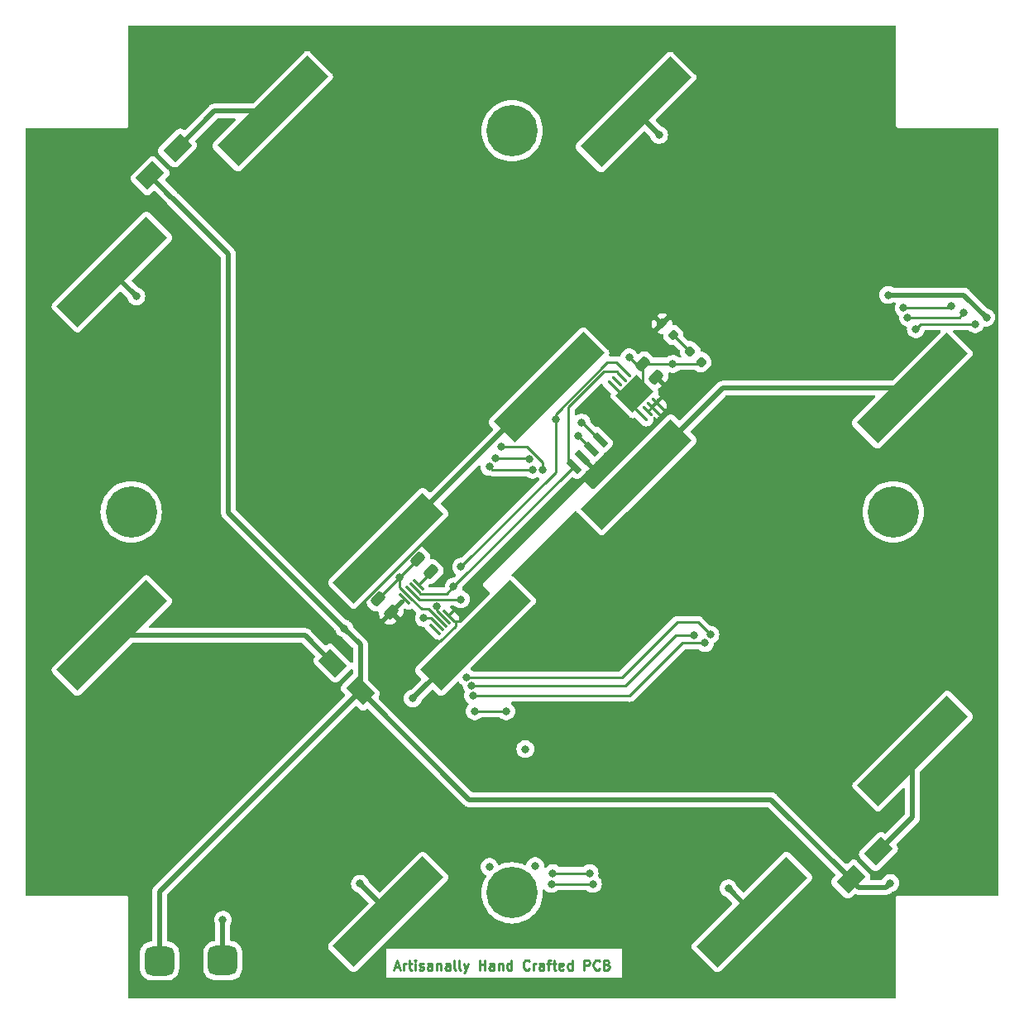
<source format=gbr>
%TF.GenerationSoftware,KiCad,Pcbnew,7.0.1*%
%TF.CreationDate,2024-01-21T14:51:42-07:00*%
%TF.ProjectId,solar-panel-side-Z,736f6c61-722d-4706-916e-656c2d736964,3.1*%
%TF.SameCoordinates,Original*%
%TF.FileFunction,Copper,L1,Top*%
%TF.FilePolarity,Positive*%
%FSLAX46Y46*%
G04 Gerber Fmt 4.6, Leading zero omitted, Abs format (unit mm)*
G04 Created by KiCad (PCBNEW 7.0.1) date 2024-01-21 14:51:42*
%MOMM*%
%LPD*%
G01*
G04 APERTURE LIST*
G04 Aperture macros list*
%AMRoundRect*
0 Rectangle with rounded corners*
0 $1 Rounding radius*
0 $2 $3 $4 $5 $6 $7 $8 $9 X,Y pos of 4 corners*
0 Add a 4 corners polygon primitive as box body*
4,1,4,$2,$3,$4,$5,$6,$7,$8,$9,$2,$3,0*
0 Add four circle primitives for the rounded corners*
1,1,$1+$1,$2,$3*
1,1,$1+$1,$4,$5*
1,1,$1+$1,$6,$7*
1,1,$1+$1,$8,$9*
0 Add four rect primitives between the rounded corners*
20,1,$1+$1,$2,$3,$4,$5,0*
20,1,$1+$1,$4,$5,$6,$7,0*
20,1,$1+$1,$6,$7,$8,$9,0*
20,1,$1+$1,$8,$9,$2,$3,0*%
%AMRotRect*
0 Rectangle, with rotation*
0 The origin of the aperture is its center*
0 $1 length*
0 $2 width*
0 $3 Rotation angle, in degrees counterclockwise*
0 Add horizontal line*
21,1,$1,$2,0,0,$3*%
G04 Aperture macros list end*
%ADD10C,0.250000*%
%TA.AperFunction,NonConductor*%
%ADD11C,0.250000*%
%TD*%
%TA.AperFunction,SMDPad,CuDef*%
%ADD12RoundRect,0.087500X-0.477297X0.353553X0.353553X-0.477297X0.477297X-0.353553X-0.353553X0.477297X0*%
%TD*%
%TA.AperFunction,SMDPad,CuDef*%
%ADD13RotRect,2.500000X3.000000X315.000000*%
%TD*%
%TA.AperFunction,ComponentPad*%
%ADD14C,5.250000*%
%TD*%
%TA.AperFunction,SMDPad,CuDef*%
%ADD15RotRect,2.500000X1.700000X45.000000*%
%TD*%
%TA.AperFunction,SMDPad,CuDef*%
%ADD16RoundRect,0.750000X0.750000X-0.750000X0.750000X0.750000X-0.750000X0.750000X-0.750000X-0.750000X0*%
%TD*%
%TA.AperFunction,SMDPad,CuDef*%
%ADD17RoundRect,0.218750X0.335876X0.026517X0.026517X0.335876X-0.335876X-0.026517X-0.026517X-0.335876X0*%
%TD*%
%TA.AperFunction,SMDPad,CuDef*%
%ADD18RoundRect,0.250000X0.512652X0.159099X0.159099X0.512652X-0.512652X-0.159099X-0.159099X-0.512652X0*%
%TD*%
%TA.AperFunction,SMDPad,CuDef*%
%ADD19RotRect,13.000000X3.000000X45.000000*%
%TD*%
%TA.AperFunction,SMDPad,CuDef*%
%ADD20RoundRect,0.200000X-0.335876X-0.053033X-0.053033X-0.335876X0.335876X0.053033X0.053033X0.335876X0*%
%TD*%
%TA.AperFunction,SMDPad,CuDef*%
%ADD21RoundRect,0.075000X-0.512652X0.406586X0.406586X-0.512652X0.512652X-0.406586X-0.406586X0.512652X0*%
%TD*%
%TA.AperFunction,SMDPad,CuDef*%
%ADD22RotRect,2.500000X1.700000X135.000000*%
%TD*%
%TA.AperFunction,SMDPad,CuDef*%
%ADD23RotRect,1.600000X0.700000X135.000000*%
%TD*%
%TA.AperFunction,SMDPad,CuDef*%
%ADD24RotRect,13.000000X3.000000X225.000000*%
%TD*%
%TA.AperFunction,ViaPad*%
%ADD25C,0.800000*%
%TD*%
%TA.AperFunction,Conductor*%
%ADD26C,0.250000*%
%TD*%
%TA.AperFunction,Conductor*%
%ADD27C,0.500000*%
%TD*%
G04 APERTURE END LIST*
D10*
D11*
X137490476Y-131591904D02*
X137966666Y-131591904D01*
X137395238Y-131877619D02*
X137728571Y-130877619D01*
X137728571Y-130877619D02*
X138061904Y-131877619D01*
X138395238Y-131877619D02*
X138395238Y-131210952D01*
X138395238Y-131401428D02*
X138442857Y-131306190D01*
X138442857Y-131306190D02*
X138490476Y-131258571D01*
X138490476Y-131258571D02*
X138585714Y-131210952D01*
X138585714Y-131210952D02*
X138680952Y-131210952D01*
X138871429Y-131210952D02*
X139252381Y-131210952D01*
X139014286Y-130877619D02*
X139014286Y-131734761D01*
X139014286Y-131734761D02*
X139061905Y-131830000D01*
X139061905Y-131830000D02*
X139157143Y-131877619D01*
X139157143Y-131877619D02*
X139252381Y-131877619D01*
X139585715Y-131877619D02*
X139585715Y-131210952D01*
X139585715Y-130877619D02*
X139538096Y-130925238D01*
X139538096Y-130925238D02*
X139585715Y-130972857D01*
X139585715Y-130972857D02*
X139633334Y-130925238D01*
X139633334Y-130925238D02*
X139585715Y-130877619D01*
X139585715Y-130877619D02*
X139585715Y-130972857D01*
X140014286Y-131830000D02*
X140109524Y-131877619D01*
X140109524Y-131877619D02*
X140300000Y-131877619D01*
X140300000Y-131877619D02*
X140395238Y-131830000D01*
X140395238Y-131830000D02*
X140442857Y-131734761D01*
X140442857Y-131734761D02*
X140442857Y-131687142D01*
X140442857Y-131687142D02*
X140395238Y-131591904D01*
X140395238Y-131591904D02*
X140300000Y-131544285D01*
X140300000Y-131544285D02*
X140157143Y-131544285D01*
X140157143Y-131544285D02*
X140061905Y-131496666D01*
X140061905Y-131496666D02*
X140014286Y-131401428D01*
X140014286Y-131401428D02*
X140014286Y-131353809D01*
X140014286Y-131353809D02*
X140061905Y-131258571D01*
X140061905Y-131258571D02*
X140157143Y-131210952D01*
X140157143Y-131210952D02*
X140300000Y-131210952D01*
X140300000Y-131210952D02*
X140395238Y-131258571D01*
X141300000Y-131877619D02*
X141300000Y-131353809D01*
X141300000Y-131353809D02*
X141252381Y-131258571D01*
X141252381Y-131258571D02*
X141157143Y-131210952D01*
X141157143Y-131210952D02*
X140966667Y-131210952D01*
X140966667Y-131210952D02*
X140871429Y-131258571D01*
X141300000Y-131830000D02*
X141204762Y-131877619D01*
X141204762Y-131877619D02*
X140966667Y-131877619D01*
X140966667Y-131877619D02*
X140871429Y-131830000D01*
X140871429Y-131830000D02*
X140823810Y-131734761D01*
X140823810Y-131734761D02*
X140823810Y-131639523D01*
X140823810Y-131639523D02*
X140871429Y-131544285D01*
X140871429Y-131544285D02*
X140966667Y-131496666D01*
X140966667Y-131496666D02*
X141204762Y-131496666D01*
X141204762Y-131496666D02*
X141300000Y-131449047D01*
X141776191Y-131210952D02*
X141776191Y-131877619D01*
X141776191Y-131306190D02*
X141823810Y-131258571D01*
X141823810Y-131258571D02*
X141919048Y-131210952D01*
X141919048Y-131210952D02*
X142061905Y-131210952D01*
X142061905Y-131210952D02*
X142157143Y-131258571D01*
X142157143Y-131258571D02*
X142204762Y-131353809D01*
X142204762Y-131353809D02*
X142204762Y-131877619D01*
X143109524Y-131877619D02*
X143109524Y-131353809D01*
X143109524Y-131353809D02*
X143061905Y-131258571D01*
X143061905Y-131258571D02*
X142966667Y-131210952D01*
X142966667Y-131210952D02*
X142776191Y-131210952D01*
X142776191Y-131210952D02*
X142680953Y-131258571D01*
X143109524Y-131830000D02*
X143014286Y-131877619D01*
X143014286Y-131877619D02*
X142776191Y-131877619D01*
X142776191Y-131877619D02*
X142680953Y-131830000D01*
X142680953Y-131830000D02*
X142633334Y-131734761D01*
X142633334Y-131734761D02*
X142633334Y-131639523D01*
X142633334Y-131639523D02*
X142680953Y-131544285D01*
X142680953Y-131544285D02*
X142776191Y-131496666D01*
X142776191Y-131496666D02*
X143014286Y-131496666D01*
X143014286Y-131496666D02*
X143109524Y-131449047D01*
X143728572Y-131877619D02*
X143633334Y-131830000D01*
X143633334Y-131830000D02*
X143585715Y-131734761D01*
X143585715Y-131734761D02*
X143585715Y-130877619D01*
X144252382Y-131877619D02*
X144157144Y-131830000D01*
X144157144Y-131830000D02*
X144109525Y-131734761D01*
X144109525Y-131734761D02*
X144109525Y-130877619D01*
X144538097Y-131210952D02*
X144776192Y-131877619D01*
X145014287Y-131210952D02*
X144776192Y-131877619D01*
X144776192Y-131877619D02*
X144680954Y-132115714D01*
X144680954Y-132115714D02*
X144633335Y-132163333D01*
X144633335Y-132163333D02*
X144538097Y-132210952D01*
X146157145Y-131877619D02*
X146157145Y-130877619D01*
X146157145Y-131353809D02*
X146728573Y-131353809D01*
X146728573Y-131877619D02*
X146728573Y-130877619D01*
X147633335Y-131877619D02*
X147633335Y-131353809D01*
X147633335Y-131353809D02*
X147585716Y-131258571D01*
X147585716Y-131258571D02*
X147490478Y-131210952D01*
X147490478Y-131210952D02*
X147300002Y-131210952D01*
X147300002Y-131210952D02*
X147204764Y-131258571D01*
X147633335Y-131830000D02*
X147538097Y-131877619D01*
X147538097Y-131877619D02*
X147300002Y-131877619D01*
X147300002Y-131877619D02*
X147204764Y-131830000D01*
X147204764Y-131830000D02*
X147157145Y-131734761D01*
X147157145Y-131734761D02*
X147157145Y-131639523D01*
X147157145Y-131639523D02*
X147204764Y-131544285D01*
X147204764Y-131544285D02*
X147300002Y-131496666D01*
X147300002Y-131496666D02*
X147538097Y-131496666D01*
X147538097Y-131496666D02*
X147633335Y-131449047D01*
X148109526Y-131210952D02*
X148109526Y-131877619D01*
X148109526Y-131306190D02*
X148157145Y-131258571D01*
X148157145Y-131258571D02*
X148252383Y-131210952D01*
X148252383Y-131210952D02*
X148395240Y-131210952D01*
X148395240Y-131210952D02*
X148490478Y-131258571D01*
X148490478Y-131258571D02*
X148538097Y-131353809D01*
X148538097Y-131353809D02*
X148538097Y-131877619D01*
X149442859Y-131877619D02*
X149442859Y-130877619D01*
X149442859Y-131830000D02*
X149347621Y-131877619D01*
X149347621Y-131877619D02*
X149157145Y-131877619D01*
X149157145Y-131877619D02*
X149061907Y-131830000D01*
X149061907Y-131830000D02*
X149014288Y-131782380D01*
X149014288Y-131782380D02*
X148966669Y-131687142D01*
X148966669Y-131687142D02*
X148966669Y-131401428D01*
X148966669Y-131401428D02*
X149014288Y-131306190D01*
X149014288Y-131306190D02*
X149061907Y-131258571D01*
X149061907Y-131258571D02*
X149157145Y-131210952D01*
X149157145Y-131210952D02*
X149347621Y-131210952D01*
X149347621Y-131210952D02*
X149442859Y-131258571D01*
X151252383Y-131782380D02*
X151204764Y-131830000D01*
X151204764Y-131830000D02*
X151061907Y-131877619D01*
X151061907Y-131877619D02*
X150966669Y-131877619D01*
X150966669Y-131877619D02*
X150823812Y-131830000D01*
X150823812Y-131830000D02*
X150728574Y-131734761D01*
X150728574Y-131734761D02*
X150680955Y-131639523D01*
X150680955Y-131639523D02*
X150633336Y-131449047D01*
X150633336Y-131449047D02*
X150633336Y-131306190D01*
X150633336Y-131306190D02*
X150680955Y-131115714D01*
X150680955Y-131115714D02*
X150728574Y-131020476D01*
X150728574Y-131020476D02*
X150823812Y-130925238D01*
X150823812Y-130925238D02*
X150966669Y-130877619D01*
X150966669Y-130877619D02*
X151061907Y-130877619D01*
X151061907Y-130877619D02*
X151204764Y-130925238D01*
X151204764Y-130925238D02*
X151252383Y-130972857D01*
X151680955Y-131877619D02*
X151680955Y-131210952D01*
X151680955Y-131401428D02*
X151728574Y-131306190D01*
X151728574Y-131306190D02*
X151776193Y-131258571D01*
X151776193Y-131258571D02*
X151871431Y-131210952D01*
X151871431Y-131210952D02*
X151966669Y-131210952D01*
X152728574Y-131877619D02*
X152728574Y-131353809D01*
X152728574Y-131353809D02*
X152680955Y-131258571D01*
X152680955Y-131258571D02*
X152585717Y-131210952D01*
X152585717Y-131210952D02*
X152395241Y-131210952D01*
X152395241Y-131210952D02*
X152300003Y-131258571D01*
X152728574Y-131830000D02*
X152633336Y-131877619D01*
X152633336Y-131877619D02*
X152395241Y-131877619D01*
X152395241Y-131877619D02*
X152300003Y-131830000D01*
X152300003Y-131830000D02*
X152252384Y-131734761D01*
X152252384Y-131734761D02*
X152252384Y-131639523D01*
X152252384Y-131639523D02*
X152300003Y-131544285D01*
X152300003Y-131544285D02*
X152395241Y-131496666D01*
X152395241Y-131496666D02*
X152633336Y-131496666D01*
X152633336Y-131496666D02*
X152728574Y-131449047D01*
X153061908Y-131210952D02*
X153442860Y-131210952D01*
X153204765Y-131877619D02*
X153204765Y-131020476D01*
X153204765Y-131020476D02*
X153252384Y-130925238D01*
X153252384Y-130925238D02*
X153347622Y-130877619D01*
X153347622Y-130877619D02*
X153442860Y-130877619D01*
X153633337Y-131210952D02*
X154014289Y-131210952D01*
X153776194Y-130877619D02*
X153776194Y-131734761D01*
X153776194Y-131734761D02*
X153823813Y-131830000D01*
X153823813Y-131830000D02*
X153919051Y-131877619D01*
X153919051Y-131877619D02*
X154014289Y-131877619D01*
X154728575Y-131830000D02*
X154633337Y-131877619D01*
X154633337Y-131877619D02*
X154442861Y-131877619D01*
X154442861Y-131877619D02*
X154347623Y-131830000D01*
X154347623Y-131830000D02*
X154300004Y-131734761D01*
X154300004Y-131734761D02*
X154300004Y-131353809D01*
X154300004Y-131353809D02*
X154347623Y-131258571D01*
X154347623Y-131258571D02*
X154442861Y-131210952D01*
X154442861Y-131210952D02*
X154633337Y-131210952D01*
X154633337Y-131210952D02*
X154728575Y-131258571D01*
X154728575Y-131258571D02*
X154776194Y-131353809D01*
X154776194Y-131353809D02*
X154776194Y-131449047D01*
X154776194Y-131449047D02*
X154300004Y-131544285D01*
X155633337Y-131877619D02*
X155633337Y-130877619D01*
X155633337Y-131830000D02*
X155538099Y-131877619D01*
X155538099Y-131877619D02*
X155347623Y-131877619D01*
X155347623Y-131877619D02*
X155252385Y-131830000D01*
X155252385Y-131830000D02*
X155204766Y-131782380D01*
X155204766Y-131782380D02*
X155157147Y-131687142D01*
X155157147Y-131687142D02*
X155157147Y-131401428D01*
X155157147Y-131401428D02*
X155204766Y-131306190D01*
X155204766Y-131306190D02*
X155252385Y-131258571D01*
X155252385Y-131258571D02*
X155347623Y-131210952D01*
X155347623Y-131210952D02*
X155538099Y-131210952D01*
X155538099Y-131210952D02*
X155633337Y-131258571D01*
X156871433Y-131877619D02*
X156871433Y-130877619D01*
X156871433Y-130877619D02*
X157252385Y-130877619D01*
X157252385Y-130877619D02*
X157347623Y-130925238D01*
X157347623Y-130925238D02*
X157395242Y-130972857D01*
X157395242Y-130972857D02*
X157442861Y-131068095D01*
X157442861Y-131068095D02*
X157442861Y-131210952D01*
X157442861Y-131210952D02*
X157395242Y-131306190D01*
X157395242Y-131306190D02*
X157347623Y-131353809D01*
X157347623Y-131353809D02*
X157252385Y-131401428D01*
X157252385Y-131401428D02*
X156871433Y-131401428D01*
X158442861Y-131782380D02*
X158395242Y-131830000D01*
X158395242Y-131830000D02*
X158252385Y-131877619D01*
X158252385Y-131877619D02*
X158157147Y-131877619D01*
X158157147Y-131877619D02*
X158014290Y-131830000D01*
X158014290Y-131830000D02*
X157919052Y-131734761D01*
X157919052Y-131734761D02*
X157871433Y-131639523D01*
X157871433Y-131639523D02*
X157823814Y-131449047D01*
X157823814Y-131449047D02*
X157823814Y-131306190D01*
X157823814Y-131306190D02*
X157871433Y-131115714D01*
X157871433Y-131115714D02*
X157919052Y-131020476D01*
X157919052Y-131020476D02*
X158014290Y-130925238D01*
X158014290Y-130925238D02*
X158157147Y-130877619D01*
X158157147Y-130877619D02*
X158252385Y-130877619D01*
X158252385Y-130877619D02*
X158395242Y-130925238D01*
X158395242Y-130925238D02*
X158442861Y-130972857D01*
X159204766Y-131353809D02*
X159347623Y-131401428D01*
X159347623Y-131401428D02*
X159395242Y-131449047D01*
X159395242Y-131449047D02*
X159442861Y-131544285D01*
X159442861Y-131544285D02*
X159442861Y-131687142D01*
X159442861Y-131687142D02*
X159395242Y-131782380D01*
X159395242Y-131782380D02*
X159347623Y-131830000D01*
X159347623Y-131830000D02*
X159252385Y-131877619D01*
X159252385Y-131877619D02*
X158871433Y-131877619D01*
X158871433Y-131877619D02*
X158871433Y-130877619D01*
X158871433Y-130877619D02*
X159204766Y-130877619D01*
X159204766Y-130877619D02*
X159300004Y-130925238D01*
X159300004Y-130925238D02*
X159347623Y-130972857D01*
X159347623Y-130972857D02*
X159395242Y-131068095D01*
X159395242Y-131068095D02*
X159395242Y-131163333D01*
X159395242Y-131163333D02*
X159347623Y-131258571D01*
X159347623Y-131258571D02*
X159300004Y-131306190D01*
X159300004Y-131306190D02*
X159204766Y-131353809D01*
X159204766Y-131353809D02*
X158871433Y-131353809D01*
D12*
%TO.P,U3,1,SDA*%
%TO.N,SDA*%
X161192721Y-70719477D03*
%TO.P,U3,2,SCL*%
%TO.N,SCL*%
X160733101Y-71179096D03*
%TO.P,U3,3,Alert*%
%TO.N,unconnected-(U3-Alert-Pad3)*%
X160273482Y-71638715D03*
%TO.P,U3,4,GND*%
%TO.N,GND*%
X159813863Y-72098335D03*
%TO.P,U3,5,A2*%
X162889777Y-75174249D03*
%TO.P,U3,6,A1*%
%TO.N,+3V3*%
X163349397Y-74714630D03*
%TO.P,U3,7,A0*%
X163809016Y-74255011D03*
%TO.P,U3,8,VDD*%
X164268635Y-73795391D03*
D13*
%TO.P,U3,9,EP/GND*%
%TO.N,GND*%
X162041249Y-72946863D03*
%TD*%
D14*
%TO.P,J4,1,Pin_1*%
%TO.N,unconnected-(J4-Pin_1-Pad1)*%
X110500000Y-85000000D03*
%TD*%
%TO.P,J5,1,Pin_1*%
%TO.N,unconnected-(J5-Pin_1-Pad1)*%
X149500000Y-124000000D03*
%TD*%
%TO.P,J6,1,Pin_1*%
%TO.N,unconnected-(J6-Pin_1-Pad1)*%
X149500000Y-46000000D03*
%TD*%
%TO.P,J7,1,Pin_1*%
%TO.N,unconnected-(J7-Pin_1-Pad1)*%
X188500000Y-85000000D03*
%TD*%
D15*
%TO.P,D2,1,K*%
%TO.N,VSOLAR*%
X112421572Y-50578428D03*
%TO.P,D2,2,A*%
%TO.N,Net-(D2-A)*%
X115250000Y-47750000D03*
%TD*%
D16*
%TO.P,TP1,1,1*%
%TO.N,VSOLAR*%
X113410000Y-130950000D03*
%TD*%
D17*
%TO.P,D4,1,K*%
%TO.N,GND*%
X168840000Y-69680000D03*
%TO.P,D4,2,A*%
%TO.N,Net-(D4-A)*%
X167726306Y-68566306D03*
%TD*%
D18*
%TO.P,C3,1*%
%TO.N,Net-(U2-REG)*%
X141201700Y-91147870D03*
%TO.P,C3,2*%
%TO.N,GND*%
X139858198Y-89804368D03*
%TD*%
D19*
%TO.P,SC5,1,+*%
%TO.N,Net-(D3-A)*%
X108537864Y-97657864D03*
%TO.P,SC5,2,-*%
%TO.N,Net-(SC5--)*%
X136822136Y-125942136D03*
%TD*%
D16*
%TO.P,TP2,1,1*%
%TO.N,GND*%
X119890000Y-130920000D03*
%TD*%
D19*
%TO.P,SC3,1,+*%
%TO.N,Net-(D2-A)*%
X125000000Y-43980000D03*
%TO.P,SC3,2,-*%
%TO.N,Net-(SC3--)*%
X153284272Y-72264272D03*
%TD*%
D20*
%TO.P,R1,1*%
%TO.N,+3V3*%
X164836005Y-65732575D03*
%TO.P,R1,2*%
%TO.N,Net-(D4-A)*%
X166002731Y-66899301D03*
%TD*%
D18*
%TO.P,C2,1*%
%TO.N,+3V3*%
X137128765Y-95263232D03*
%TO.P,C2,2*%
%TO.N,GND*%
X135785263Y-93919730D03*
%TD*%
D21*
%TO.P,U2,1,REG*%
%TO.N,Net-(U2-REG)*%
X139893554Y-92470160D03*
%TO.P,U2,2,SCL*%
%TO.N,SCL*%
X139540000Y-92823714D03*
%TO.P,U2,3,SDA*%
%TO.N,SDA*%
X139186447Y-93177267D03*
%TO.P,U2,4,IN/TRIG*%
%TO.N,GND*%
X138832894Y-93530820D03*
%TO.P,U2,5,EN*%
%TO.N,+3V3*%
X138479340Y-93884374D03*
%TO.P,U2,6,VDD/NC*%
%TO.N,unconnected-(U2-VDD{slash}NC-Pad6)*%
X141590610Y-96995644D03*
%TO.P,U2,7,OUT+*%
%TO.N,Net-(U2-OUT+)*%
X141944164Y-96642090D03*
%TO.P,U2,8,GND*%
%TO.N,GND*%
X142297717Y-96288537D03*
%TO.P,U2,9,OUT-*%
%TO.N,Net-(U2-OUT+)*%
X142651270Y-95934984D03*
%TO.P,U2,10,VDD*%
%TO.N,+3V3*%
X143004824Y-95581430D03*
%TD*%
D22*
%TO.P,D3,1,K*%
%TO.N,VSOLAR*%
X133978428Y-103318428D03*
%TO.P,D3,2,A*%
%TO.N,Net-(D3-A)*%
X131150000Y-100490000D03*
%TD*%
D18*
%TO.P,C1,1*%
%TO.N,+3V3*%
X164240000Y-71195441D03*
%TO.P,C1,2*%
%TO.N,GND*%
X162896498Y-69851939D03*
%TD*%
D23*
%TO.P,U1,1,SCL*%
%TO.N,SCL*%
X155819358Y-80333435D03*
%TO.P,U1,2,VDD*%
%TO.N,+3V3*%
X156717383Y-79435409D03*
%TO.P,U1,3,GND*%
%TO.N,GND*%
X157615409Y-78537383D03*
%TO.P,U1,4,SDA*%
%TO.N,SDA*%
X158513435Y-77639358D03*
%TD*%
D24*
%TO.P,SC4,1,+*%
%TO.N,Net-(SC3--)*%
X136824272Y-88734272D03*
%TO.P,SC4,2,-*%
%TO.N,GND*%
X108540000Y-60450000D03*
%TD*%
D19*
%TO.P,SC6,1,+*%
%TO.N,Net-(SC5--)*%
X145755728Y-97665728D03*
%TO.P,SC6,2,-*%
%TO.N,GND*%
X174040000Y-125950000D03*
%TD*%
D24*
%TO.P,SC2,1,+*%
%TO.N,Net-(SC1--)*%
X190462136Y-72342136D03*
%TO.P,SC2,2,-*%
%TO.N,GND*%
X162177864Y-44057864D03*
%TD*%
D15*
%TO.P,D1,1,K*%
%TO.N,VSOLAR*%
X184161572Y-122588428D03*
%TO.P,D1,2,A*%
%TO.N,Net-(D1-A)*%
X186990000Y-119760000D03*
%TD*%
D24*
%TO.P,SC1,1,+*%
%TO.N,Net-(D1-A)*%
X190480000Y-109480000D03*
%TO.P,SC1,2,-*%
%TO.N,Net-(SC1--)*%
X162195728Y-81195728D03*
%TD*%
D25*
%TO.N,+3V3*%
X165140000Y-72790000D03*
%TO.N,Camera_SDA*%
X147806483Y-79534500D03*
X151257701Y-79612299D03*
%TO.N,Camera_SCL*%
X147160000Y-80390000D03*
X151592701Y-80697299D03*
%TO.N,Camera_Pwr*%
X148409960Y-78339960D03*
X152600000Y-80680000D03*
%TO.N,SDA*%
X156630000Y-75850000D03*
X153960000Y-75540000D03*
%TO.N,VSOLAR*%
X188210000Y-122990000D03*
X188000000Y-62790000D03*
X198050000Y-65120000D03*
%TO.N,SDA_Break*%
X169800000Y-97570000D03*
X144850000Y-101950000D03*
%TO.N,SCL_Break*%
X168080000Y-97620000D03*
X145372687Y-102815246D03*
%TO.N,3v3_break*%
X169240000Y-98420000D03*
X145470000Y-103810000D03*
%TO.N,F2_SDA*%
X196900000Y-65780000D03*
X190820000Y-66290000D03*
%TO.N,F2_SCL*%
X195700000Y-64650000D03*
X190000000Y-65100000D03*
%TO.N,F2_ENB*%
X194460000Y-63910000D03*
X189570000Y-64130000D03*
%TO.N,SDA*%
X153530000Y-123080000D03*
X157770000Y-123090000D03*
%TO.N,SCL*%
X157434500Y-121970000D03*
X153670000Y-121990000D03*
%TO.N,+3V3*%
X165980000Y-102000000D03*
%TO.N,GND*%
X171630000Y-123540000D03*
X161490000Y-69180000D03*
X164540000Y-46420000D03*
X156260000Y-77181974D03*
X145680000Y-105410000D03*
X148900000Y-105410000D03*
X137946283Y-91716283D03*
X111040000Y-62950000D03*
X165948061Y-69851939D03*
X119890000Y-126760000D03*
%TO.N,VSOLAR*%
X132315000Y-96935000D03*
%TO.N,SDA*%
X144270000Y-90620000D03*
X144245000Y-93955000D03*
%TO.N,SCL*%
X143511396Y-92641396D03*
%TO.N,Net-(SC5--)*%
X139330000Y-104100000D03*
X133930000Y-123050000D03*
%TO.N,Net-(U2-OUT+)*%
X147180000Y-121330000D03*
X141780000Y-94680000D03*
X150850000Y-109290000D03*
X140460000Y-95870000D03*
X151860000Y-121250000D03*
%TD*%
D26*
%TO.N,+3V3*%
X163349397Y-74714629D02*
X164268635Y-73795391D01*
X163349397Y-74714630D02*
X163349397Y-74714629D01*
%TO.N,GND*%
X162041249Y-74325721D02*
X162041249Y-72946863D01*
X162889777Y-75174249D02*
X162041249Y-74325721D01*
X162896498Y-72091614D02*
X162896498Y-69851939D01*
X162041249Y-72946863D02*
X162896498Y-72091614D01*
X162161939Y-69851939D02*
X161490000Y-69180000D01*
X162896498Y-69851939D02*
X162161939Y-69851939D01*
X160662391Y-72946863D02*
X162041249Y-72946863D01*
X159813863Y-72098335D02*
X160662391Y-72946863D01*
%TO.N,SCL*%
X160212203Y-70658198D02*
X160733101Y-71179096D01*
X158918198Y-70658198D02*
X160212203Y-70658198D01*
X155275000Y-74301396D02*
X158918198Y-70658198D01*
%TO.N,SDA*%
X159250000Y-69690000D02*
X160163244Y-69690000D01*
X160163244Y-69690000D02*
X161192721Y-70719477D01*
%TO.N,+3V3*%
X164314249Y-73615751D02*
X165140000Y-72790000D01*
%TO.N,SCL*%
X155275000Y-79895000D02*
X155275000Y-74301396D01*
%TO.N,SDA*%
X153960000Y-74980000D02*
X159250000Y-69690000D01*
X153960000Y-80930000D02*
X153960000Y-74980000D01*
X144270000Y-90620000D02*
X153960000Y-80930000D01*
D27*
%TO.N,Net-(SC3--)*%
X152965728Y-72264272D02*
X153284272Y-72264272D01*
X136824272Y-88405728D02*
X152965728Y-72264272D01*
X136824272Y-88734272D02*
X136824272Y-88405728D01*
D26*
%TO.N,Camera_SDA*%
X151179902Y-79534500D02*
X147806483Y-79534500D01*
X151257701Y-79612299D02*
X151179902Y-79534500D01*
%TO.N,Camera_Pwr*%
X151009960Y-78339960D02*
X152600000Y-79930000D01*
X152600000Y-79930000D02*
X152600000Y-80680000D01*
X148409960Y-78339960D02*
X151009960Y-78339960D01*
%TO.N,Camera_SCL*%
X147160000Y-80390000D02*
X147467299Y-80697299D01*
X147467299Y-80697299D02*
X151592701Y-80697299D01*
%TO.N,SCL_Break*%
X161084754Y-102815246D02*
X145372687Y-102815246D01*
X168080000Y-97620000D02*
X166280000Y-97620000D01*
X166280000Y-97620000D02*
X161084754Y-102815246D01*
%TO.N,SDA_Break*%
X166400000Y-96300000D02*
X160750000Y-101950000D01*
X168530000Y-96300000D02*
X166400000Y-96300000D01*
X169800000Y-97570000D02*
X168530000Y-96300000D01*
X160750000Y-101950000D02*
X144850000Y-101950000D01*
%TO.N,3v3_break*%
X161550000Y-103810000D02*
X145470000Y-103810000D01*
X169240000Y-98420000D02*
X166940000Y-98420000D01*
X166940000Y-98420000D02*
X161550000Y-103810000D01*
%TO.N,SDA*%
X156660000Y-75850000D02*
X156630000Y-75850000D01*
X157140000Y-76330000D02*
X156660000Y-75850000D01*
D27*
%TO.N,VSOLAR*%
X184993144Y-123420000D02*
X184161572Y-122588428D01*
X188210000Y-122990000D02*
X187780000Y-123420000D01*
X187780000Y-123420000D02*
X184993144Y-123420000D01*
X195720000Y-62790000D02*
X198050000Y-65120000D01*
X188000000Y-62790000D02*
X195720000Y-62790000D01*
D26*
%TO.N,F2_SDA*%
X190820000Y-66290000D02*
X191330000Y-65780000D01*
X191330000Y-65780000D02*
X196900000Y-65780000D01*
%TO.N,F2_SCL*%
X195250000Y-65100000D02*
X195700000Y-64650000D01*
X190000000Y-65100000D02*
X195250000Y-65100000D01*
%TO.N,F2_ENB*%
X189580000Y-64140000D02*
X189570000Y-64130000D01*
X194230000Y-64140000D02*
X189580000Y-64140000D01*
X194460000Y-63910000D02*
X194230000Y-64140000D01*
%TO.N,SDA*%
X153540000Y-123090000D02*
X153530000Y-123080000D01*
X157770000Y-123090000D02*
X153540000Y-123090000D01*
%TO.N,SCL*%
X157414500Y-121990000D02*
X157434500Y-121970000D01*
X153670000Y-121990000D02*
X157414500Y-121990000D01*
%TO.N,GND*%
X140944595Y-94935415D02*
X142297717Y-96288537D01*
D27*
X174040000Y-125950000D02*
X171630000Y-123540000D01*
D26*
X168668061Y-69851939D02*
X168840000Y-69680000D01*
D27*
X162177864Y-44057864D02*
X164540000Y-46420000D01*
D26*
X137946283Y-91716283D02*
X137984365Y-91678201D01*
X137984365Y-91678201D02*
X139858198Y-89804368D01*
X138832894Y-93530820D02*
X140242074Y-94940000D01*
X165948061Y-69851939D02*
X168668061Y-69851939D01*
X137984365Y-92710576D02*
X137984365Y-91678201D01*
X140246659Y-94935415D02*
X140944595Y-94935415D01*
D27*
X119890000Y-130920000D02*
X119890000Y-126760000D01*
D26*
X162896498Y-69851939D02*
X165948061Y-69851939D01*
D27*
X108540000Y-60450000D02*
X111040000Y-62950000D01*
D26*
X157615409Y-78537383D02*
X156260000Y-77181974D01*
X140242074Y-94940000D02*
X140246659Y-94935415D01*
X135785263Y-93877303D02*
X137946283Y-91716283D01*
X145680000Y-105410000D02*
X148900000Y-105410000D01*
X135785263Y-93919730D02*
X135785263Y-93934737D01*
X138804609Y-93530820D02*
X137984365Y-92710576D01*
%TO.N,+3V3*%
X143700000Y-96690000D02*
X142140000Y-98250000D01*
X143004824Y-95581430D02*
X143700000Y-96276606D01*
X133560000Y-94935841D02*
X142806126Y-85689715D01*
X142806126Y-85689715D02*
X142806126Y-85683874D01*
X143700000Y-96276606D02*
X143700000Y-96690000D01*
X134210000Y-96330000D02*
X133560000Y-95680000D01*
X143004824Y-95581430D02*
X143004824Y-95575176D01*
X143004824Y-95581430D02*
X143004824Y-95594824D01*
X133560000Y-95680000D02*
X133560000Y-94935841D01*
X137128766Y-95263232D02*
X138479340Y-93912658D01*
X143004824Y-95575176D02*
X143540000Y-95040000D01*
X136030000Y-96330000D02*
X134210000Y-96330000D01*
X137096768Y-95263232D02*
X136030000Y-96330000D01*
X143600000Y-96190000D02*
X144210000Y-96190000D01*
X143004824Y-95594824D02*
X143600000Y-96190000D01*
X142806126Y-85683874D02*
X143090000Y-85400000D01*
X137128765Y-95263232D02*
X137096768Y-95263232D01*
D27*
%TO.N,VSOLAR*%
X113410000Y-124310000D02*
X113410000Y-123990000D01*
X133978428Y-103318428D02*
X113410000Y-123886856D01*
X114646854Y-52803710D02*
X114653710Y-52803710D01*
X133978428Y-103318428D02*
X145100000Y-114440000D01*
X120480000Y-58630000D02*
X120480000Y-85100000D01*
X133978428Y-98598428D02*
X132315000Y-96935000D01*
X113410000Y-130950000D02*
X113410000Y-124310000D01*
X120480000Y-85100000D02*
X132300000Y-96920000D01*
X133978428Y-103318428D02*
X133978428Y-98598428D01*
X145100000Y-114440000D02*
X176013144Y-114440000D01*
X112421572Y-50578428D02*
X114646854Y-52803710D01*
X114653710Y-52803710D02*
X120480000Y-58630000D01*
X113410000Y-123886856D02*
X113410000Y-124310000D01*
X176013144Y-114440000D02*
X184161572Y-122588428D01*
D26*
%TO.N,SDA*%
X158449358Y-77639358D02*
X157140000Y-76330000D01*
X139964180Y-93955000D02*
X144245000Y-93955000D01*
X158513435Y-77639358D02*
X158449358Y-77639358D01*
X139186447Y-93177267D02*
X139964180Y-93955000D01*
%TO.N,SCL*%
X139540000Y-92823714D02*
X140099098Y-93382812D01*
X143511396Y-92641396D02*
X155819358Y-80333435D01*
X140099098Y-93382812D02*
X142769981Y-93382812D01*
X142769981Y-93382812D02*
X143511396Y-92641396D01*
D27*
%TO.N,Net-(D2-A)*%
X125000000Y-43980000D02*
X119020000Y-43980000D01*
X119020000Y-43980000D02*
X115250000Y-47750000D01*
%TO.N,Net-(D3-A)*%
X108537864Y-97657864D02*
X128317864Y-97657864D01*
X128317864Y-97657864D02*
X131150000Y-100490000D01*
D26*
%TO.N,Net-(D4-A)*%
X166002732Y-66899302D02*
X167669736Y-68566306D01*
D27*
%TO.N,Net-(SC1--)*%
X190462136Y-72342136D02*
X171049320Y-72342136D01*
X171049320Y-72342136D02*
X162195728Y-81195728D01*
%TO.N,Net-(SC5--)*%
X136822136Y-125942136D02*
X133930000Y-123050000D01*
X145755728Y-97674272D02*
X139330000Y-104100000D01*
X145755728Y-97665728D02*
X145755728Y-97674272D01*
D26*
%TO.N,Net-(U2-OUT+)*%
X141172074Y-95870000D02*
X140460000Y-95870000D01*
X142651270Y-95934984D02*
X141780000Y-95063714D01*
X141944164Y-96642090D02*
X141172074Y-95870000D01*
X141780000Y-95063714D02*
X141780000Y-94680000D01*
D27*
%TO.N,Net-(D1-A)*%
X190480000Y-109480000D02*
X190480000Y-116270000D01*
X190480000Y-116270000D02*
X186990000Y-119760000D01*
D26*
%TO.N,Net-(U2-REG)*%
X139893553Y-92470160D02*
X141201701Y-91162013D01*
%TD*%
%TA.AperFunction,Conductor*%
%TO.N,+3V3*%
G36*
X146203515Y-80260585D02*
G01*
X146239860Y-80310062D01*
X146248510Y-80370841D01*
X146246496Y-80389999D01*
X146266458Y-80579929D01*
X146325472Y-80761556D01*
X146420958Y-80926942D01*
X146420960Y-80926944D01*
X146548747Y-81068866D01*
X146703248Y-81181118D01*
X146877712Y-81258794D01*
X147064513Y-81298500D01*
X147064515Y-81298500D01*
X147235377Y-81298500D01*
X147285416Y-81308862D01*
X147289154Y-81310480D01*
X147332821Y-81317395D01*
X147344428Y-81319799D01*
X147387269Y-81330799D01*
X147407530Y-81330799D01*
X147427238Y-81332349D01*
X147447242Y-81335518D01*
X147447242Y-81335517D01*
X147447243Y-81335518D01*
X147491253Y-81331358D01*
X147503110Y-81330799D01*
X150884501Y-81330799D01*
X150935749Y-81341692D01*
X150978136Y-81372487D01*
X150981447Y-81376165D01*
X151069594Y-81440207D01*
X151135949Y-81488417D01*
X151310413Y-81566093D01*
X151497214Y-81605799D01*
X151688186Y-81605799D01*
X151688188Y-81605799D01*
X151874989Y-81566093D01*
X152049453Y-81488417D01*
X152049455Y-81488415D01*
X152061551Y-81483030D01*
X152062936Y-81486142D01*
X152101864Y-81471185D01*
X152166309Y-81481385D01*
X152233718Y-81511397D01*
X152238514Y-81513533D01*
X152286214Y-81550634D01*
X152311154Y-81605678D01*
X152307596Y-81666003D01*
X152276359Y-81717734D01*
X144319500Y-89674595D01*
X144278623Y-89701909D01*
X144230405Y-89711500D01*
X144174513Y-89711500D01*
X144049978Y-89737970D01*
X143987711Y-89751206D01*
X143813246Y-89828883D01*
X143658747Y-89941133D01*
X143530958Y-90083057D01*
X143435472Y-90248443D01*
X143376458Y-90430070D01*
X143356496Y-90619999D01*
X143376458Y-90809929D01*
X143435472Y-90991556D01*
X143530958Y-91156942D01*
X143658747Y-91298866D01*
X143712731Y-91338088D01*
X143748604Y-91378458D01*
X143764282Y-91430138D01*
X143756882Y-91483634D01*
X143727766Y-91529119D01*
X143560896Y-91695991D01*
X143520018Y-91723305D01*
X143471800Y-91732896D01*
X143415909Y-91732896D01*
X143291374Y-91759366D01*
X143229107Y-91772602D01*
X143054642Y-91850279D01*
X142900143Y-91962529D01*
X142772354Y-92104453D01*
X142676868Y-92269839D01*
X142617854Y-92451466D01*
X142600488Y-92616689D01*
X142588905Y-92657759D01*
X142564278Y-92692608D01*
X142544485Y-92712403D01*
X142503606Y-92739720D01*
X142455385Y-92749312D01*
X141069188Y-92749312D01*
X141020970Y-92739721D01*
X140980092Y-92712407D01*
X140952779Y-92671530D01*
X140920351Y-92593241D01*
X140911367Y-92532672D01*
X140931995Y-92475021D01*
X140977364Y-92433901D01*
X141036760Y-92419023D01*
X141131255Y-92419023D01*
X141131257Y-92419023D01*
X141303790Y-92378132D01*
X141462241Y-92298554D01*
X141543201Y-92232604D01*
X142286432Y-91489371D01*
X142352384Y-91408411D01*
X142431962Y-91249960D01*
X142472853Y-91077427D01*
X142472853Y-90900115D01*
X142431962Y-90727582D01*
X142352384Y-90569131D01*
X142352383Y-90569129D01*
X142286434Y-90488171D01*
X141861397Y-90063136D01*
X141780441Y-89997187D01*
X141755681Y-89984752D01*
X141621988Y-89917608D01*
X141449455Y-89876717D01*
X141272143Y-89876717D01*
X141257416Y-89876717D01*
X141257416Y-89873387D01*
X141220306Y-89872570D01*
X141165594Y-89840434D01*
X141133482Y-89785709D01*
X141132682Y-89748652D01*
X141129351Y-89748652D01*
X141129351Y-89556615D01*
X141129351Y-89556613D01*
X141088460Y-89384080D01*
X141008882Y-89225629D01*
X141008881Y-89225627D01*
X140942932Y-89144669D01*
X140517895Y-88719634D01*
X140436939Y-88653685D01*
X140435547Y-88652986D01*
X140278486Y-88574106D01*
X140131463Y-88539261D01*
X140073392Y-88507676D01*
X140039303Y-88451036D01*
X140038582Y-88384933D01*
X140071428Y-88327563D01*
X141442208Y-86956784D01*
X142875082Y-85523910D01*
X142913303Y-85476481D01*
X142974045Y-85343472D01*
X142994855Y-85198738D01*
X142974045Y-85054004D01*
X142965622Y-85035559D01*
X142913303Y-84920994D01*
X142877039Y-84875996D01*
X142875082Y-84873567D01*
X142241192Y-84239677D01*
X142208580Y-84183193D01*
X142208580Y-84117971D01*
X142241189Y-84061491D01*
X146034105Y-80268574D01*
X146086782Y-80237048D01*
X146148105Y-80234156D01*
X146203515Y-80260585D01*
G37*
%TD.AperFunction*%
%TA.AperFunction,Conductor*%
G36*
X136991703Y-91568702D02*
G01*
X137028049Y-91618176D01*
X137036701Y-91678953D01*
X137035376Y-91691566D01*
X137023793Y-91732643D01*
X136999161Y-91767497D01*
X136151510Y-92615148D01*
X136096799Y-92647271D01*
X136033369Y-92648659D01*
X136024243Y-92646497D01*
X135966165Y-92614915D01*
X135932071Y-92558275D01*
X135931348Y-92492169D01*
X135964192Y-92434798D01*
X136822298Y-91576692D01*
X136874972Y-91545167D01*
X136936293Y-91542274D01*
X136991703Y-91568702D01*
G37*
%TD.AperFunction*%
%TA.AperFunction,Conductor*%
G36*
X138504866Y-89985474D02*
G01*
X138561506Y-90019563D01*
X138593091Y-90077637D01*
X138595254Y-90086764D01*
X138593869Y-90150199D01*
X138561746Y-90204915D01*
X137995780Y-90770880D01*
X137954906Y-90798192D01*
X137906688Y-90807783D01*
X137895398Y-90807783D01*
X137838195Y-90794050D01*
X137793462Y-90755844D01*
X137770949Y-90701494D01*
X137775565Y-90642847D01*
X137806300Y-90592690D01*
X138381395Y-90017595D01*
X138438762Y-89984752D01*
X138504866Y-89985474D01*
G37*
%TD.AperFunction*%
%TA.AperFunction,Conductor*%
G36*
X188736500Y-35217381D02*
G01*
X188782619Y-35263500D01*
X188799500Y-35326500D01*
X188799500Y-45454237D01*
X188799500Y-45545763D01*
X188803392Y-45553846D01*
X188803395Y-45553851D01*
X188812713Y-45580481D01*
X188814710Y-45589231D01*
X188820304Y-45596245D01*
X188835317Y-45620136D01*
X188839212Y-45628224D01*
X188846231Y-45633822D01*
X188866180Y-45653771D01*
X188871776Y-45660788D01*
X188879856Y-45664679D01*
X188879858Y-45664680D01*
X188903749Y-45679692D01*
X188910769Y-45685290D01*
X188919518Y-45687286D01*
X188946143Y-45696602D01*
X188954237Y-45700500D01*
X188977410Y-45700500D01*
X189045763Y-45700500D01*
X199173500Y-45700500D01*
X199236500Y-45717381D01*
X199282619Y-45763500D01*
X199299500Y-45826500D01*
X199299500Y-124173500D01*
X199282619Y-124236500D01*
X199236500Y-124282619D01*
X199173500Y-124299500D01*
X188954236Y-124299500D01*
X188946145Y-124303396D01*
X188919523Y-124312711D01*
X188910766Y-124314709D01*
X188903745Y-124320309D01*
X188879866Y-124335314D01*
X188871777Y-124339210D01*
X188866177Y-124346232D01*
X188846232Y-124366177D01*
X188839210Y-124371777D01*
X188835314Y-124379866D01*
X188820309Y-124403745D01*
X188814709Y-124410766D01*
X188812711Y-124419523D01*
X188803396Y-124446145D01*
X188799500Y-124454236D01*
X188799500Y-134673500D01*
X188782619Y-134736500D01*
X188736500Y-134782619D01*
X188673500Y-134799500D01*
X110326500Y-134799500D01*
X110263500Y-134782619D01*
X110217381Y-134736500D01*
X110200500Y-134673500D01*
X110200500Y-124454239D01*
X110200500Y-124454237D01*
X110196602Y-124446143D01*
X110187286Y-124419518D01*
X110185290Y-124410769D01*
X110179692Y-124403749D01*
X110164680Y-124379858D01*
X110160788Y-124371777D01*
X110160788Y-124371776D01*
X110153771Y-124366180D01*
X110133822Y-124346231D01*
X110128224Y-124339212D01*
X110120136Y-124335317D01*
X110096247Y-124320305D01*
X110089231Y-124314710D01*
X110080478Y-124312712D01*
X110053851Y-124303395D01*
X110045763Y-124299500D01*
X110022590Y-124299500D01*
X99826500Y-124299500D01*
X99763500Y-124282619D01*
X99717381Y-124236500D01*
X99700500Y-124173500D01*
X99700500Y-101193398D01*
X102367280Y-101193398D01*
X102388090Y-101338131D01*
X102448832Y-101471141D01*
X102455170Y-101479005D01*
X102487054Y-101518569D01*
X104677159Y-103708674D01*
X104697053Y-103724706D01*
X104724586Y-103746895D01*
X104786793Y-103775303D01*
X104857596Y-103807637D01*
X105002330Y-103828447D01*
X105147064Y-103807637D01*
X105280073Y-103746895D01*
X105327502Y-103708674D01*
X110582907Y-98453269D01*
X110623784Y-98425955D01*
X110672002Y-98416364D01*
X127951493Y-98416364D01*
X127999711Y-98425955D01*
X128040588Y-98453269D01*
X129281116Y-99693797D01*
X129313727Y-99750278D01*
X129313729Y-99815498D01*
X129281122Y-99871981D01*
X129271125Y-99881978D01*
X129232898Y-99929413D01*
X129172156Y-100062423D01*
X129151346Y-100207157D01*
X129172156Y-100351888D01*
X129172156Y-100351889D01*
X129172157Y-100351891D01*
X129218953Y-100454361D01*
X129232899Y-100484900D01*
X129271124Y-100532334D01*
X131107665Y-102368875D01*
X131107670Y-102368879D01*
X131107671Y-102368880D01*
X131155100Y-102407101D01*
X131288109Y-102467843D01*
X131432843Y-102488653D01*
X131577577Y-102467843D01*
X131710586Y-102407101D01*
X131758014Y-102368880D01*
X133004833Y-101122060D01*
X133054992Y-101091323D01*
X133113639Y-101086707D01*
X133167989Y-101109220D01*
X133206195Y-101153953D01*
X133219928Y-101211156D01*
X133219928Y-101537844D01*
X133210337Y-101586062D01*
X133183023Y-101626939D01*
X132099550Y-102710411D01*
X132061326Y-102757841D01*
X132000584Y-102890851D01*
X131979774Y-103035584D01*
X132000584Y-103180316D01*
X132000584Y-103180317D01*
X132000585Y-103180319D01*
X132059297Y-103308882D01*
X132061327Y-103313328D01*
X132099552Y-103360762D01*
X132392387Y-103653597D01*
X132424999Y-103710081D01*
X132424999Y-103775303D01*
X132392387Y-103831787D01*
X112919225Y-123304948D01*
X112905377Y-123316917D01*
X112885941Y-123331387D01*
X112853771Y-123369725D01*
X112846357Y-123377817D01*
X112842422Y-123381751D01*
X112822997Y-123406317D01*
X112820688Y-123409150D01*
X112771119Y-123468225D01*
X112760589Y-123484755D01*
X112727995Y-123554650D01*
X112726401Y-123557943D01*
X112691795Y-123626853D01*
X112685363Y-123645356D01*
X112669759Y-123720920D01*
X112668967Y-123724493D01*
X112651192Y-123799496D01*
X112649202Y-123818970D01*
X112651447Y-123896115D01*
X112651500Y-123899779D01*
X112651500Y-128820609D01*
X112636231Y-128880731D01*
X112594124Y-128926282D01*
X112535386Y-128946220D01*
X112479402Y-128950626D01*
X112462329Y-128951970D01*
X112242661Y-129007321D01*
X112036409Y-129101005D01*
X111850195Y-129230015D01*
X111690015Y-129390195D01*
X111561005Y-129576409D01*
X111467321Y-129782661D01*
X111411970Y-130002329D01*
X111401500Y-130135369D01*
X111401500Y-131764631D01*
X111411970Y-131897670D01*
X111467321Y-132117338D01*
X111561005Y-132323590D01*
X111690015Y-132509804D01*
X111850195Y-132669984D01*
X112036409Y-132798994D01*
X112242661Y-132892678D01*
X112242662Y-132892678D01*
X112242664Y-132892679D01*
X112462331Y-132948030D01*
X112595364Y-132958500D01*
X114224631Y-132958500D01*
X114224636Y-132958500D01*
X114357669Y-132948030D01*
X114577336Y-132892679D01*
X114783591Y-132798994D01*
X114969802Y-132669986D01*
X115129986Y-132509802D01*
X115258994Y-132323591D01*
X115352679Y-132117336D01*
X115408030Y-131897669D01*
X115418500Y-131764636D01*
X115418500Y-131734631D01*
X117881500Y-131734631D01*
X117891970Y-131867670D01*
X117947321Y-132087338D01*
X118041005Y-132293590D01*
X118170015Y-132479804D01*
X118330195Y-132639984D01*
X118516409Y-132768994D01*
X118722661Y-132862678D01*
X118722662Y-132862678D01*
X118722664Y-132862679D01*
X118942331Y-132918030D01*
X119075364Y-132928500D01*
X120704631Y-132928500D01*
X120704636Y-132928500D01*
X120837669Y-132918030D01*
X121057336Y-132862679D01*
X121263591Y-132768994D01*
X121449802Y-132639986D01*
X121609986Y-132479802D01*
X121738994Y-132293591D01*
X121832679Y-132087336D01*
X121888030Y-131867669D01*
X121898500Y-131734636D01*
X121898500Y-130105364D01*
X121888030Y-129972331D01*
X121832679Y-129752664D01*
X121777084Y-129630268D01*
X121738994Y-129546409D01*
X121691371Y-129477669D01*
X130651552Y-129477669D01*
X130672362Y-129622403D01*
X130733104Y-129755413D01*
X130739442Y-129763277D01*
X130771326Y-129802841D01*
X132961431Y-131992946D01*
X132981325Y-132008978D01*
X133008858Y-132031167D01*
X133131854Y-132087336D01*
X133141868Y-132091909D01*
X133286602Y-132112719D01*
X133431336Y-132091909D01*
X133564345Y-132031167D01*
X133611774Y-131992946D01*
X135881077Y-129723643D01*
X136648643Y-129723643D01*
X136648643Y-132651357D01*
X160709695Y-132651357D01*
X160709695Y-129723643D01*
X136648643Y-129723643D01*
X135881077Y-129723643D01*
X136119186Y-129485534D01*
X167869416Y-129485534D01*
X167890226Y-129630267D01*
X167950968Y-129763277D01*
X167966590Y-129782661D01*
X167989190Y-129810705D01*
X170179295Y-132000810D01*
X170199189Y-132016842D01*
X170226722Y-132039031D01*
X170342512Y-132091909D01*
X170359732Y-132099773D01*
X170504466Y-132120583D01*
X170649200Y-132099773D01*
X170782209Y-132039031D01*
X170829638Y-132000810D01*
X180090810Y-122739638D01*
X180129031Y-122692209D01*
X180189773Y-122559200D01*
X180210583Y-122414466D01*
X180189773Y-122269732D01*
X180157418Y-122198882D01*
X180129031Y-122136722D01*
X180100953Y-122101881D01*
X180090810Y-122089295D01*
X177900705Y-119899190D01*
X177887442Y-119888501D01*
X177853277Y-119860968D01*
X177720267Y-119800226D01*
X177575534Y-119779416D01*
X177430802Y-119800226D01*
X177297790Y-119860969D01*
X177250356Y-119899194D01*
X173245211Y-123904340D01*
X173188727Y-123936952D01*
X173123505Y-123936952D01*
X173067021Y-123904340D01*
X172550126Y-123387445D01*
X172519388Y-123337286D01*
X172464527Y-123168444D01*
X172369041Y-123003057D01*
X172276311Y-122900070D01*
X172241253Y-122861134D01*
X172239791Y-122860072D01*
X172086753Y-122748883D01*
X172086752Y-122748882D01*
X171912288Y-122671206D01*
X171725487Y-122631500D01*
X171534513Y-122631500D01*
X171409978Y-122657970D01*
X171347711Y-122671206D01*
X171241615Y-122718443D01*
X171194011Y-122739638D01*
X171173246Y-122748883D01*
X171018747Y-122861133D01*
X170890958Y-123003057D01*
X170795472Y-123168443D01*
X170736458Y-123350070D01*
X170716496Y-123540000D01*
X170736458Y-123729929D01*
X170795472Y-123911556D01*
X170890958Y-124076942D01*
X170978937Y-124174652D01*
X171018747Y-124218866D01*
X171173248Y-124331118D01*
X171347712Y-124408794D01*
X171410772Y-124422197D01*
X171444695Y-124434713D01*
X171473668Y-124456349D01*
X171994340Y-124977021D01*
X172026952Y-125033505D01*
X172026952Y-125098727D01*
X171994340Y-125155211D01*
X167989194Y-129160356D01*
X167950969Y-129207790D01*
X167890226Y-129340802D01*
X167869416Y-129485534D01*
X136119186Y-129485534D01*
X142872946Y-122731774D01*
X142911167Y-122684345D01*
X142971909Y-122551336D01*
X142992719Y-122406602D01*
X142971909Y-122261868D01*
X142942182Y-122196774D01*
X142911167Y-122128858D01*
X142879281Y-122089292D01*
X142872946Y-122081431D01*
X142121515Y-121330000D01*
X146266496Y-121330000D01*
X146286458Y-121519929D01*
X146345472Y-121701556D01*
X146440958Y-121866942D01*
X146440960Y-121866944D01*
X146568747Y-122008866D01*
X146723248Y-122121118D01*
X146786337Y-122149206D01*
X146839105Y-122193205D01*
X146860947Y-122258346D01*
X146845366Y-122325261D01*
X146672367Y-122638279D01*
X146537682Y-122963438D01*
X146440250Y-123301632D01*
X146381297Y-123648607D01*
X146361562Y-124000000D01*
X146378947Y-124309553D01*
X146381297Y-124351393D01*
X146440250Y-124698368D01*
X146488965Y-124867463D01*
X146537682Y-125036561D01*
X146672367Y-125361720D01*
X146842605Y-125669742D01*
X146842609Y-125669749D01*
X147046271Y-125956783D01*
X147280790Y-126219210D01*
X147543217Y-126453729D01*
X147830251Y-126657391D01*
X148138283Y-126827634D01*
X148463440Y-126962318D01*
X148801632Y-127059750D01*
X149148607Y-127118703D01*
X149500000Y-127138437D01*
X149851393Y-127118703D01*
X150198368Y-127059750D01*
X150536560Y-126962318D01*
X150861717Y-126827634D01*
X151169749Y-126657391D01*
X151456783Y-126453729D01*
X151719210Y-126219210D01*
X151953729Y-125956783D01*
X152157391Y-125669749D01*
X152327634Y-125361717D01*
X152462318Y-125036560D01*
X152559750Y-124698368D01*
X152618703Y-124351393D01*
X152638437Y-124000000D01*
X152625417Y-123768173D01*
X152637051Y-123707806D01*
X152675867Y-123660126D01*
X152732626Y-123636491D01*
X152793811Y-123642529D01*
X152844855Y-123676801D01*
X152896711Y-123734393D01*
X152918747Y-123758866D01*
X153073248Y-123871118D01*
X153247712Y-123948794D01*
X153434513Y-123988500D01*
X153625485Y-123988500D01*
X153625487Y-123988500D01*
X153812288Y-123948794D01*
X153986752Y-123871118D01*
X154141253Y-123758866D01*
X154141252Y-123758866D01*
X154151967Y-123751082D01*
X154153006Y-123752513D01*
X154177951Y-123734392D01*
X154229196Y-123723500D01*
X157061800Y-123723500D01*
X157113048Y-123734393D01*
X157155435Y-123765188D01*
X157158746Y-123768866D01*
X157200905Y-123799496D01*
X157313248Y-123881118D01*
X157487712Y-123958794D01*
X157674513Y-123998500D01*
X157865485Y-123998500D01*
X157865487Y-123998500D01*
X158052288Y-123958794D01*
X158226752Y-123881118D01*
X158381253Y-123768866D01*
X158509040Y-123626944D01*
X158604527Y-123461556D01*
X158663542Y-123279928D01*
X158683504Y-123090000D01*
X158663542Y-122900072D01*
X158631049Y-122800070D01*
X158604527Y-122718443D01*
X158509041Y-122553057D01*
X158470317Y-122510050D01*
X158381253Y-122411134D01*
X158381252Y-122411133D01*
X158381250Y-122411131D01*
X158346230Y-122385687D01*
X158311172Y-122346751D01*
X158294982Y-122296921D01*
X158300458Y-122244818D01*
X158328042Y-122159928D01*
X158348004Y-121970000D01*
X158328042Y-121780072D01*
X158276537Y-121621556D01*
X158269027Y-121598443D01*
X158173541Y-121433057D01*
X158045752Y-121291133D01*
X157918781Y-121198883D01*
X157891252Y-121178882D01*
X157716788Y-121101206D01*
X157529987Y-121061500D01*
X157339013Y-121061500D01*
X157244921Y-121081500D01*
X157152211Y-121101206D01*
X156977746Y-121178883D01*
X156823247Y-121291133D01*
X156801928Y-121314811D01*
X156759541Y-121345607D01*
X156708292Y-121356500D01*
X154378200Y-121356500D01*
X154326952Y-121345607D01*
X154284565Y-121314812D01*
X154281253Y-121311133D01*
X154126753Y-121198883D01*
X154126752Y-121198882D01*
X153952288Y-121121206D01*
X153765487Y-121081500D01*
X153574513Y-121081500D01*
X153449979Y-121107970D01*
X153387711Y-121121206D01*
X153213246Y-121198883D01*
X153058747Y-121311133D01*
X152988013Y-121389691D01*
X152935813Y-121424372D01*
X152873363Y-121429615D01*
X152816112Y-121404125D01*
X152778222Y-121354206D01*
X152769067Y-121292211D01*
X152773504Y-121250000D01*
X152753542Y-121060072D01*
X152694527Y-120878444D01*
X152694527Y-120878443D01*
X152599041Y-120713057D01*
X152488037Y-120589775D01*
X152471253Y-120571134D01*
X152426863Y-120538883D01*
X152394002Y-120515007D01*
X152316752Y-120458882D01*
X152142288Y-120381206D01*
X151955487Y-120341500D01*
X151764513Y-120341500D01*
X151639979Y-120367970D01*
X151577711Y-120381206D01*
X151403246Y-120458883D01*
X151248747Y-120571133D01*
X151120958Y-120713057D01*
X151025472Y-120878444D01*
X150963996Y-121067649D01*
X150925993Y-121124524D01*
X150863874Y-121153162D01*
X150795945Y-121145122D01*
X150536562Y-121037682D01*
X150261520Y-120958444D01*
X150198368Y-120940250D01*
X149851393Y-120881297D01*
X149832707Y-120880247D01*
X149500000Y-120861562D01*
X149148607Y-120881297D01*
X148801632Y-120940250D01*
X148463437Y-121037682D01*
X148216399Y-121140009D01*
X148148470Y-121148049D01*
X148086350Y-121119411D01*
X148048348Y-121062535D01*
X148047547Y-121060070D01*
X148014527Y-120958444D01*
X147968339Y-120878444D01*
X147919041Y-120793057D01*
X147791252Y-120651133D01*
X147681143Y-120571134D01*
X147636752Y-120538882D01*
X147462288Y-120461206D01*
X147275487Y-120421500D01*
X147084513Y-120421500D01*
X146959979Y-120447970D01*
X146897711Y-120461206D01*
X146723246Y-120538883D01*
X146568747Y-120651133D01*
X146440958Y-120793057D01*
X146345472Y-120958443D01*
X146286458Y-121140070D01*
X146266496Y-121330000D01*
X142121515Y-121330000D01*
X140682841Y-119891326D01*
X140669578Y-119880637D01*
X140635413Y-119853104D01*
X140502403Y-119792362D01*
X140357670Y-119771552D01*
X140212938Y-119792362D01*
X140079926Y-119853105D01*
X140032492Y-119891330D01*
X136027347Y-123896476D01*
X135970863Y-123929088D01*
X135905641Y-123929088D01*
X135849157Y-123896476D01*
X134850126Y-122897445D01*
X134819388Y-122847286D01*
X134764527Y-122678444D01*
X134669041Y-122513057D01*
X134573188Y-122406602D01*
X134541253Y-122371134D01*
X134529705Y-122362744D01*
X134429446Y-122289901D01*
X134386752Y-122258882D01*
X134212288Y-122181206D01*
X134025487Y-122141500D01*
X133834513Y-122141500D01*
X133727888Y-122164164D01*
X133647711Y-122181206D01*
X133473246Y-122258883D01*
X133318747Y-122371133D01*
X133190958Y-122513057D01*
X133095472Y-122678443D01*
X133036458Y-122860070D01*
X133016496Y-123050000D01*
X133036458Y-123239929D01*
X133095472Y-123421556D01*
X133190958Y-123586942D01*
X133311592Y-123720920D01*
X133318747Y-123728866D01*
X133473248Y-123841118D01*
X133647712Y-123918794D01*
X133710772Y-123932197D01*
X133744695Y-123944713D01*
X133773668Y-123966349D01*
X134776476Y-124969157D01*
X134809088Y-125025641D01*
X134809088Y-125090863D01*
X134776476Y-125147347D01*
X130771330Y-129152492D01*
X130733105Y-129199926D01*
X130672362Y-129332938D01*
X130651552Y-129477669D01*
X121691371Y-129477669D01*
X121609984Y-129360195D01*
X121449804Y-129200015D01*
X121263590Y-129071005D01*
X121057338Y-128977321D01*
X120837670Y-128921970D01*
X120828004Y-128921209D01*
X120764613Y-128916220D01*
X120705876Y-128896282D01*
X120663769Y-128850731D01*
X120648500Y-128790609D01*
X120648500Y-127297000D01*
X120665381Y-127234000D01*
X120720554Y-127138437D01*
X120724527Y-127131556D01*
X120783542Y-126949928D01*
X120803504Y-126760000D01*
X120783542Y-126570072D01*
X120724527Y-126388444D01*
X120724527Y-126388443D01*
X120629041Y-126223057D01*
X120501252Y-126081133D01*
X120346753Y-125968883D01*
X120346752Y-125968882D01*
X120172288Y-125891206D01*
X119985487Y-125851500D01*
X119794513Y-125851500D01*
X119669979Y-125877970D01*
X119607711Y-125891206D01*
X119433246Y-125968883D01*
X119278747Y-126081133D01*
X119150958Y-126223057D01*
X119055472Y-126388443D01*
X118996458Y-126570070D01*
X118976496Y-126760000D01*
X118996458Y-126949929D01*
X119055472Y-127131555D01*
X119114619Y-127234000D01*
X119131500Y-127297000D01*
X119131500Y-128790609D01*
X119116231Y-128850731D01*
X119074124Y-128896282D01*
X119015386Y-128916220D01*
X118959402Y-128920626D01*
X118942329Y-128921970D01*
X118722661Y-128977321D01*
X118516409Y-129071005D01*
X118330195Y-129200015D01*
X118170015Y-129360195D01*
X118041005Y-129546409D01*
X117947321Y-129752661D01*
X117891970Y-129972329D01*
X117881500Y-130105369D01*
X117881500Y-131734631D01*
X115418500Y-131734631D01*
X115418500Y-130135364D01*
X115408030Y-130002331D01*
X115352679Y-129782664D01*
X115339052Y-129752664D01*
X115258994Y-129576409D01*
X115129984Y-129390195D01*
X114969804Y-129230015D01*
X114783590Y-129101005D01*
X114577338Y-129007321D01*
X114357670Y-128951970D01*
X114348004Y-128951209D01*
X114284613Y-128946220D01*
X114225876Y-128926282D01*
X114183769Y-128880731D01*
X114168500Y-128820609D01*
X114168500Y-124253227D01*
X114178091Y-124205009D01*
X114205405Y-124164132D01*
X123438764Y-114930773D01*
X133465070Y-104904466D01*
X133521552Y-104871856D01*
X133586774Y-104871856D01*
X133643258Y-104904468D01*
X133936093Y-105197303D01*
X133936098Y-105197307D01*
X133936099Y-105197308D01*
X133983528Y-105235529D01*
X134116537Y-105296271D01*
X134261271Y-105317081D01*
X134406005Y-105296271D01*
X134539014Y-105235529D01*
X134586442Y-105197308D01*
X134596435Y-105187314D01*
X134652917Y-105154700D01*
X134718142Y-105154698D01*
X134774629Y-105187310D01*
X144518092Y-114930773D01*
X144530060Y-114944620D01*
X144544531Y-114964058D01*
X144582868Y-114996226D01*
X144590965Y-115003646D01*
X144594900Y-115007581D01*
X144594904Y-115007584D01*
X144619455Y-115026997D01*
X144622296Y-115029311D01*
X144681377Y-115078885D01*
X144697890Y-115089405D01*
X144767786Y-115121998D01*
X144771078Y-115123591D01*
X144838812Y-115157609D01*
X144838814Y-115157609D01*
X144840008Y-115158209D01*
X144858490Y-115164633D01*
X144859791Y-115164901D01*
X144859794Y-115164903D01*
X144934078Y-115180241D01*
X144937630Y-115181029D01*
X145011344Y-115198500D01*
X145011346Y-115198500D01*
X145012641Y-115198807D01*
X145032114Y-115200797D01*
X145033439Y-115200758D01*
X145033442Y-115200759D01*
X145107477Y-115198604D01*
X145109259Y-115198553D01*
X145112923Y-115198500D01*
X175646773Y-115198500D01*
X175694991Y-115208091D01*
X175735868Y-115235405D01*
X182575531Y-122075068D01*
X182608143Y-122131552D01*
X182608143Y-122196774D01*
X182575532Y-122253258D01*
X182282692Y-122546098D01*
X182244471Y-122593527D01*
X182183728Y-122726539D01*
X182162918Y-122871271D01*
X182183728Y-123016004D01*
X182244470Y-123149014D01*
X182260128Y-123168443D01*
X182282692Y-123196442D01*
X183553558Y-124467308D01*
X183573452Y-124483340D01*
X183600985Y-124505529D01*
X183689088Y-124545763D01*
X183733995Y-124566271D01*
X183878729Y-124587081D01*
X184023463Y-124566271D01*
X184156472Y-124505529D01*
X184203901Y-124467308D01*
X184535577Y-124135630D01*
X184579291Y-124107183D01*
X184630780Y-124098874D01*
X184681220Y-124112128D01*
X184731956Y-124137609D01*
X184731960Y-124137610D01*
X184733145Y-124138205D01*
X184751637Y-124144633D01*
X184752934Y-124144900D01*
X184752937Y-124144902D01*
X184827210Y-124160237D01*
X184830674Y-124161004D01*
X184904488Y-124178500D01*
X184904491Y-124178500D01*
X184905786Y-124178807D01*
X184925255Y-124180796D01*
X184926582Y-124180757D01*
X184926586Y-124180758D01*
X185000841Y-124178597D01*
X185002368Y-124178553D01*
X185006032Y-124178500D01*
X187715559Y-124178500D01*
X187733820Y-124179830D01*
X187757789Y-124183341D01*
X187804253Y-124179275D01*
X187807647Y-124178979D01*
X187818628Y-124178500D01*
X187824177Y-124178500D01*
X187824180Y-124178500D01*
X187855301Y-124174861D01*
X187858889Y-124174495D01*
X187934426Y-124167887D01*
X187934430Y-124167885D01*
X187935751Y-124167770D01*
X187954856Y-124163535D01*
X187956106Y-124163079D01*
X187956113Y-124163079D01*
X188027400Y-124137132D01*
X188030769Y-124135961D01*
X188102738Y-124112114D01*
X188102739Y-124112112D01*
X188104007Y-124111693D01*
X188121613Y-124103169D01*
X188122725Y-124102437D01*
X188122732Y-124102435D01*
X188186138Y-124060730D01*
X188189161Y-124058806D01*
X188253651Y-124019030D01*
X188253652Y-124019028D01*
X188254788Y-124018328D01*
X188269959Y-124005970D01*
X188270871Y-124005002D01*
X188270874Y-124005001D01*
X188322929Y-123949824D01*
X188325448Y-123947231D01*
X188366333Y-123906346D01*
X188395303Y-123884713D01*
X188429223Y-123872198D01*
X188492288Y-123858794D01*
X188666752Y-123781118D01*
X188821253Y-123668866D01*
X188949040Y-123526944D01*
X189044527Y-123361556D01*
X189103542Y-123179928D01*
X189123504Y-122990000D01*
X189103542Y-122800072D01*
X189044527Y-122618444D01*
X189044527Y-122618443D01*
X188949041Y-122453057D01*
X188821252Y-122311133D01*
X188666753Y-122198883D01*
X188666752Y-122198882D01*
X188492288Y-122121206D01*
X188305487Y-122081500D01*
X188114513Y-122081500D01*
X187989979Y-122107970D01*
X187927711Y-122121206D01*
X187753246Y-122198883D01*
X187598747Y-122311133D01*
X187470958Y-122453057D01*
X187386987Y-122598500D01*
X187340868Y-122644619D01*
X187277868Y-122661500D01*
X186239032Y-122661500D01*
X186178647Y-122646088D01*
X186133034Y-122603621D01*
X186113353Y-122544490D01*
X186124418Y-122483159D01*
X186132858Y-122464677D01*
X186139415Y-122450319D01*
X186160225Y-122305585D01*
X186139415Y-122160851D01*
X186121270Y-122121118D01*
X186078673Y-122027841D01*
X186048175Y-121989998D01*
X186040452Y-121980414D01*
X184769586Y-120709548D01*
X184756323Y-120698859D01*
X184722158Y-120671326D01*
X184589148Y-120610584D01*
X184444415Y-120589774D01*
X184299683Y-120610584D01*
X184166671Y-120671327D01*
X184119242Y-120709548D01*
X183826402Y-121002388D01*
X183769918Y-121034999D01*
X183704696Y-121034999D01*
X183648212Y-121002387D01*
X176595053Y-113949228D01*
X176583081Y-113935375D01*
X176568614Y-113915943D01*
X176530274Y-113883772D01*
X176522176Y-113876351D01*
X176518245Y-113872420D01*
X176510225Y-113866078D01*
X176493672Y-113852989D01*
X176490834Y-113850677D01*
X176431766Y-113801113D01*
X176415254Y-113790594D01*
X176345349Y-113757996D01*
X176342053Y-113756401D01*
X176273140Y-113721792D01*
X176254648Y-113715365D01*
X176179086Y-113699762D01*
X176175511Y-113698969D01*
X176100500Y-113681191D01*
X176081029Y-113679202D01*
X176003885Y-113681447D01*
X176000221Y-113681500D01*
X145466371Y-113681500D01*
X145418153Y-113671909D01*
X145377276Y-113644595D01*
X144748215Y-113015534D01*
X184309416Y-113015534D01*
X184330226Y-113160267D01*
X184390968Y-113293277D01*
X184417287Y-113325935D01*
X184429190Y-113340705D01*
X186619295Y-115530810D01*
X186639189Y-115546842D01*
X186666722Y-115569031D01*
X186799731Y-115629772D01*
X186799732Y-115629773D01*
X186944466Y-115650583D01*
X187089200Y-115629773D01*
X187222209Y-115569031D01*
X187269638Y-115530810D01*
X189506404Y-113294043D01*
X189556564Y-113263305D01*
X189615211Y-113258689D01*
X189669561Y-113281202D01*
X189707767Y-113325935D01*
X189721500Y-113383138D01*
X189721500Y-115903629D01*
X189711909Y-115951847D01*
X189684595Y-115992724D01*
X187786201Y-117891117D01*
X187729717Y-117923729D01*
X187664495Y-117923729D01*
X187608011Y-117891117D01*
X187598016Y-117881122D01*
X187550586Y-117842898D01*
X187417576Y-117782156D01*
X187272843Y-117761346D01*
X187128111Y-117782156D01*
X186995099Y-117842899D01*
X186947665Y-117881124D01*
X185111124Y-119717665D01*
X185072899Y-119765099D01*
X185012156Y-119898111D01*
X184991346Y-120042842D01*
X185012156Y-120187576D01*
X185072898Y-120320586D01*
X185089753Y-120341500D01*
X185111120Y-120368014D01*
X186381986Y-121638880D01*
X186401880Y-121654912D01*
X186429413Y-121677101D01*
X186562423Y-121737843D01*
X186707157Y-121758653D01*
X186851891Y-121737843D01*
X186984900Y-121677101D01*
X187032329Y-121638880D01*
X188868880Y-119802329D01*
X188907101Y-119754900D01*
X188967843Y-119621891D01*
X188988653Y-119477157D01*
X188967843Y-119332423D01*
X188907101Y-119199414D01*
X188907101Y-119199413D01*
X188884912Y-119171880D01*
X188868880Y-119151986D01*
X188858882Y-119141988D01*
X188826270Y-119085504D01*
X188826270Y-119020282D01*
X188858882Y-118963798D01*
X189898951Y-117923729D01*
X190970777Y-116851902D01*
X190984624Y-116839936D01*
X191004058Y-116825469D01*
X191036228Y-116787128D01*
X191043645Y-116779034D01*
X191047580Y-116775101D01*
X191067043Y-116750484D01*
X191069268Y-116747753D01*
X191118032Y-116689640D01*
X191118034Y-116689634D01*
X191118892Y-116688613D01*
X191129403Y-116672114D01*
X191129965Y-116670908D01*
X191129967Y-116670906D01*
X191162022Y-116602159D01*
X191163572Y-116598958D01*
X191197609Y-116531188D01*
X191197610Y-116531183D01*
X191198207Y-116529995D01*
X191204631Y-116511517D01*
X191204901Y-116510209D01*
X191204902Y-116510207D01*
X191220251Y-116435866D01*
X191221001Y-116432484D01*
X191238500Y-116358656D01*
X191238500Y-116358651D01*
X191238807Y-116357356D01*
X191240796Y-116337888D01*
X191240757Y-116336560D01*
X191240758Y-116336558D01*
X191238553Y-116260776D01*
X191238500Y-116257112D01*
X191238500Y-111614138D01*
X191248091Y-111565920D01*
X191275405Y-111525043D01*
X196530805Y-106269643D01*
X196530804Y-106269643D01*
X196530810Y-106269638D01*
X196569031Y-106222209D01*
X196629773Y-106089200D01*
X196650583Y-105944466D01*
X196629773Y-105799732D01*
X196569031Y-105666722D01*
X196546842Y-105639189D01*
X196530810Y-105619295D01*
X194340705Y-103429190D01*
X194327442Y-103418501D01*
X194293277Y-103390968D01*
X194160267Y-103330226D01*
X194015534Y-103309416D01*
X193870802Y-103330226D01*
X193737790Y-103390969D01*
X193690356Y-103429194D01*
X184429194Y-112690356D01*
X184390969Y-112737790D01*
X184330226Y-112870802D01*
X184309416Y-113015534D01*
X144748215Y-113015534D01*
X141022681Y-109290000D01*
X149936496Y-109290000D01*
X149956458Y-109479929D01*
X150015472Y-109661556D01*
X150110958Y-109826942D01*
X150110960Y-109826944D01*
X150238747Y-109968866D01*
X150393248Y-110081118D01*
X150567712Y-110158794D01*
X150754513Y-110198500D01*
X150945485Y-110198500D01*
X150945487Y-110198500D01*
X151132288Y-110158794D01*
X151306752Y-110081118D01*
X151461253Y-109968866D01*
X151589040Y-109826944D01*
X151684527Y-109661556D01*
X151743542Y-109479928D01*
X151763504Y-109290000D01*
X151743542Y-109100072D01*
X151684527Y-108918444D01*
X151684527Y-108918443D01*
X151589041Y-108753057D01*
X151461252Y-108611133D01*
X151306753Y-108498883D01*
X151306752Y-108498882D01*
X151132288Y-108421206D01*
X150945487Y-108381500D01*
X150754513Y-108381500D01*
X150629978Y-108407970D01*
X150567711Y-108421206D01*
X150393246Y-108498883D01*
X150238747Y-108611133D01*
X150110958Y-108753057D01*
X150015472Y-108918443D01*
X149956458Y-109100070D01*
X149936496Y-109290000D01*
X141022681Y-109290000D01*
X135847310Y-104114629D01*
X135814698Y-104058142D01*
X135814700Y-103992917D01*
X135847314Y-103936435D01*
X135857308Y-103926442D01*
X135895529Y-103879014D01*
X135956271Y-103746005D01*
X135977081Y-103601271D01*
X135956271Y-103456537D01*
X135895529Y-103323528D01*
X135857308Y-103276099D01*
X135857307Y-103276098D01*
X135857303Y-103276093D01*
X134773833Y-102192624D01*
X134746519Y-102151747D01*
X134736928Y-102103529D01*
X134736928Y-98662869D01*
X134738258Y-98644608D01*
X134738495Y-98642984D01*
X134741769Y-98620639D01*
X134737407Y-98570781D01*
X134736928Y-98559800D01*
X134736928Y-98554251D01*
X134733293Y-98523158D01*
X134732920Y-98519507D01*
X134732277Y-98512156D01*
X134726315Y-98444001D01*
X134726314Y-98443998D01*
X134726198Y-98442670D01*
X134721965Y-98423575D01*
X134721507Y-98422317D01*
X134721507Y-98422315D01*
X134695565Y-98351039D01*
X134694405Y-98347705D01*
X134670542Y-98275689D01*
X134670539Y-98275684D01*
X134670119Y-98274416D01*
X134661598Y-98256814D01*
X134619204Y-98192356D01*
X134617236Y-98189267D01*
X134576754Y-98123637D01*
X134564392Y-98108462D01*
X134508253Y-98055497D01*
X134505625Y-98052944D01*
X133235126Y-96782445D01*
X133204388Y-96732286D01*
X133149527Y-96563444D01*
X133054041Y-96398057D01*
X132978986Y-96314700D01*
X136436507Y-96314700D01*
X136469390Y-96347583D01*
X136550301Y-96413495D01*
X136708651Y-96493020D01*
X136881066Y-96533885D01*
X137058266Y-96533885D01*
X137230680Y-96493020D01*
X137389030Y-96413495D01*
X137469936Y-96347587D01*
X137661923Y-96155600D01*
X137661923Y-96155599D01*
X137128766Y-95622442D01*
X137128765Y-95622442D01*
X136436507Y-96314699D01*
X136436507Y-96314700D01*
X132978986Y-96314700D01*
X132926252Y-96256133D01*
X132834191Y-96189247D01*
X132771752Y-96143882D01*
X132597288Y-96066206D01*
X132597284Y-96066204D01*
X132534228Y-96052801D01*
X132500303Y-96040286D01*
X132471331Y-96018650D01*
X128722487Y-92269806D01*
X130653688Y-92269806D01*
X130674498Y-92414539D01*
X130735240Y-92547549D01*
X130762773Y-92581714D01*
X130773462Y-92594977D01*
X132963567Y-94785082D01*
X132983461Y-94801114D01*
X133010994Y-94823303D01*
X133099016Y-94863500D01*
X133144004Y-94884045D01*
X133288738Y-94904855D01*
X133433472Y-94884045D01*
X133566481Y-94823303D01*
X133613910Y-94785082D01*
X134300330Y-94098660D01*
X134357699Y-94065816D01*
X134423802Y-94066537D01*
X134480442Y-94100626D01*
X134512028Y-94158699D01*
X134514110Y-94167484D01*
X134514110Y-94167485D01*
X134555001Y-94340018D01*
X134559359Y-94348695D01*
X134634579Y-94498470D01*
X134700528Y-94579428D01*
X135125565Y-95004463D01*
X135206521Y-95070412D01*
X135206522Y-95070412D01*
X135206524Y-95070414D01*
X135364975Y-95149992D01*
X135537508Y-95190883D01*
X135537510Y-95190883D01*
X135729547Y-95190883D01*
X135729547Y-95194073D01*
X135767149Y-95194885D01*
X135821873Y-95226997D01*
X135854009Y-95281708D01*
X135854831Y-95319005D01*
X135858112Y-95319005D01*
X135858112Y-95510931D01*
X135898976Y-95683345D01*
X135978501Y-95841695D01*
X136044413Y-95922606D01*
X136077296Y-95955489D01*
X136077298Y-95955489D01*
X137128765Y-94904022D01*
X137811695Y-94221091D01*
X137811696Y-94221090D01*
X138043303Y-93989484D01*
X138084180Y-93962171D01*
X138132398Y-93952580D01*
X138199002Y-93952580D01*
X138209178Y-93948365D01*
X138257396Y-93938773D01*
X138305615Y-93948364D01*
X138346492Y-93975678D01*
X138402512Y-94031698D01*
X138429826Y-94072575D01*
X138439417Y-94120793D01*
X138439417Y-94259599D01*
X138429826Y-94307817D01*
X138402512Y-94348695D01*
X138217136Y-94534070D01*
X137487975Y-95263232D01*
X137487975Y-95263233D01*
X138021132Y-95796390D01*
X138021133Y-95796390D01*
X138213120Y-95604403D01*
X138279028Y-95523497D01*
X138358553Y-95365147D01*
X138399418Y-95192733D01*
X138399418Y-95014074D01*
X138418419Y-94947537D01*
X138469691Y-94901067D01*
X138537771Y-94888681D01*
X138575128Y-94903444D01*
X138576585Y-94899928D01*
X138733733Y-94965021D01*
X138885926Y-94985057D01*
X139038117Y-94965021D01*
X139195266Y-94899928D01*
X139196584Y-94903111D01*
X139221925Y-94891916D01*
X139281771Y-94895784D01*
X139333050Y-94926880D01*
X139659280Y-95253110D01*
X139688586Y-95299110D01*
X139695706Y-95353187D01*
X139679304Y-95405205D01*
X139625472Y-95498443D01*
X139566458Y-95680070D01*
X139549122Y-95845016D01*
X139546496Y-95870000D01*
X139549126Y-95895021D01*
X139566458Y-96059929D01*
X139625472Y-96241556D01*
X139720958Y-96406942D01*
X139798463Y-96493020D01*
X139848747Y-96548866D01*
X140003248Y-96661118D01*
X140177712Y-96738794D01*
X140364513Y-96778500D01*
X140440660Y-96778500D01*
X140488878Y-96788091D01*
X140529755Y-96815404D01*
X140557069Y-96856281D01*
X140568272Y-96883327D01*
X140638318Y-96974613D01*
X141611640Y-97947935D01*
X141702926Y-98017982D01*
X141790519Y-98054264D01*
X141844873Y-98076778D01*
X141997196Y-98096831D01*
X142149520Y-98076778D01*
X142169822Y-98068368D01*
X142237748Y-98060328D01*
X142299868Y-98088965D01*
X142337872Y-98145840D01*
X142340558Y-98214191D01*
X142307134Y-98273872D01*
X139704922Y-100876084D01*
X139666697Y-100923518D01*
X139605954Y-101056530D01*
X139585144Y-101201261D01*
X139605954Y-101345995D01*
X139666696Y-101479005D01*
X139704920Y-101526435D01*
X140178806Y-102000321D01*
X140211418Y-102056805D01*
X140211418Y-102122027D01*
X140178806Y-102178511D01*
X139173667Y-103183650D01*
X139144695Y-103205285D01*
X139110771Y-103217801D01*
X139047714Y-103231205D01*
X138873246Y-103308883D01*
X138718747Y-103421133D01*
X138590958Y-103563057D01*
X138495472Y-103728443D01*
X138436458Y-103910070D01*
X138416496Y-104100000D01*
X138436458Y-104289929D01*
X138495472Y-104471556D01*
X138590958Y-104636942D01*
X138590960Y-104636944D01*
X138718747Y-104778866D01*
X138873248Y-104891118D01*
X139047712Y-104968794D01*
X139234513Y-105008500D01*
X139425485Y-105008500D01*
X139425487Y-105008500D01*
X139612288Y-104968794D01*
X139786752Y-104891118D01*
X139941253Y-104778866D01*
X140069040Y-104636944D01*
X140164527Y-104471556D01*
X140219388Y-104302711D01*
X140250124Y-104252555D01*
X141251491Y-103251189D01*
X141307971Y-103218580D01*
X141373193Y-103218580D01*
X141429677Y-103251191D01*
X141895023Y-103716538D01*
X141909796Y-103728443D01*
X141942450Y-103754759D01*
X142058240Y-103807637D01*
X142075460Y-103815501D01*
X142220194Y-103836311D01*
X142364928Y-103815501D01*
X142497937Y-103754759D01*
X142545366Y-103716538D01*
X143871867Y-102390035D01*
X143920456Y-102359821D01*
X143977404Y-102354212D01*
X144030960Y-102374369D01*
X144070077Y-102416134D01*
X144110958Y-102486942D01*
X144238747Y-102628866D01*
X144403962Y-102748902D01*
X144402643Y-102750716D01*
X144438477Y-102779734D01*
X144461850Y-102840623D01*
X144479145Y-103005175D01*
X144538159Y-103186801D01*
X144556057Y-103217801D01*
X144617098Y-103323527D01*
X144624699Y-103336691D01*
X144640890Y-103386520D01*
X144635413Y-103438627D01*
X144576458Y-103620070D01*
X144556496Y-103810000D01*
X144576458Y-103999929D01*
X144635472Y-104181556D01*
X144730958Y-104346942D01*
X144858747Y-104488866D01*
X145004357Y-104594658D01*
X145047121Y-104649393D01*
X145054382Y-104718473D01*
X145023933Y-104780904D01*
X144940958Y-104873057D01*
X144845472Y-105038443D01*
X144786458Y-105220070D01*
X144766496Y-105410000D01*
X144786458Y-105599929D01*
X144845472Y-105781556D01*
X144940958Y-105946942D01*
X144940960Y-105946944D01*
X145068747Y-106088866D01*
X145223248Y-106201118D01*
X145397712Y-106278794D01*
X145584513Y-106318500D01*
X145775485Y-106318500D01*
X145775487Y-106318500D01*
X145962288Y-106278794D01*
X146136752Y-106201118D01*
X146291253Y-106088866D01*
X146294564Y-106085188D01*
X146336952Y-106054393D01*
X146388200Y-106043500D01*
X148191800Y-106043500D01*
X148243048Y-106054393D01*
X148285435Y-106085188D01*
X148288746Y-106088866D01*
X148376893Y-106152908D01*
X148443248Y-106201118D01*
X148617712Y-106278794D01*
X148804513Y-106318500D01*
X148995485Y-106318500D01*
X148995487Y-106318500D01*
X149182288Y-106278794D01*
X149356752Y-106201118D01*
X149511253Y-106088866D01*
X149639040Y-105946944D01*
X149734527Y-105781556D01*
X149793542Y-105599928D01*
X149813504Y-105410000D01*
X149793542Y-105220072D01*
X149734527Y-105038444D01*
X149734527Y-105038443D01*
X149639041Y-104873057D01*
X149511252Y-104731133D01*
X149429086Y-104671436D01*
X149389139Y-104623148D01*
X149377396Y-104561588D01*
X149396762Y-104501986D01*
X149442446Y-104459085D01*
X149503147Y-104443500D01*
X161466147Y-104443500D01*
X161486935Y-104445795D01*
X161489907Y-104445701D01*
X161489909Y-104445702D01*
X161557985Y-104443562D01*
X161561945Y-104443500D01*
X161589852Y-104443500D01*
X161589856Y-104443500D01*
X161593865Y-104442993D01*
X161605699Y-104442061D01*
X161649889Y-104440673D01*
X161669338Y-104435021D01*
X161688698Y-104431012D01*
X161708797Y-104428474D01*
X161749915Y-104412193D01*
X161761117Y-104408357D01*
X161803593Y-104396018D01*
X161821039Y-104385699D01*
X161838780Y-104377009D01*
X161857617Y-104369552D01*
X161893392Y-104343558D01*
X161903303Y-104337048D01*
X161941362Y-104314542D01*
X161955691Y-104300212D01*
X161970719Y-104287377D01*
X161987107Y-104275472D01*
X162015303Y-104241386D01*
X162023272Y-104232630D01*
X167165499Y-99090405D01*
X167206377Y-99063091D01*
X167254595Y-99053500D01*
X168531800Y-99053500D01*
X168583048Y-99064393D01*
X168625435Y-99095188D01*
X168628746Y-99098866D01*
X168716893Y-99162908D01*
X168783248Y-99211118D01*
X168957712Y-99288794D01*
X169144513Y-99328500D01*
X169335485Y-99328500D01*
X169335487Y-99328500D01*
X169522288Y-99288794D01*
X169696752Y-99211118D01*
X169851253Y-99098866D01*
X169979040Y-98956944D01*
X170074527Y-98791556D01*
X170133542Y-98609928D01*
X170147324Y-98478796D01*
X170170698Y-98417908D01*
X170221383Y-98376865D01*
X170256752Y-98361118D01*
X170411253Y-98248866D01*
X170539040Y-98106944D01*
X170634527Y-97941556D01*
X170693542Y-97759928D01*
X170713504Y-97570000D01*
X170693542Y-97380072D01*
X170634527Y-97198444D01*
X170634527Y-97198443D01*
X170539041Y-97033057D01*
X170411252Y-96891133D01*
X170256753Y-96778883D01*
X170256752Y-96778882D01*
X170082288Y-96701206D01*
X169895487Y-96661500D01*
X169895485Y-96661500D01*
X169839595Y-96661500D01*
X169791377Y-96651909D01*
X169750500Y-96624595D01*
X169037244Y-95911339D01*
X169024171Y-95895021D01*
X168972349Y-95846357D01*
X168969537Y-95843632D01*
X168949770Y-95823865D01*
X168946575Y-95821386D01*
X168937553Y-95813681D01*
X168919139Y-95796390D01*
X168905321Y-95783414D01*
X168905320Y-95783413D01*
X168887567Y-95773653D01*
X168871041Y-95762797D01*
X168855041Y-95750386D01*
X168814466Y-95732828D01*
X168803804Y-95727604D01*
X168765063Y-95706305D01*
X168751313Y-95702775D01*
X168745437Y-95701266D01*
X168726731Y-95694862D01*
X168708145Y-95686819D01*
X168664475Y-95679902D01*
X168652853Y-95677495D01*
X168643050Y-95674978D01*
X168610030Y-95666500D01*
X168610029Y-95666500D01*
X168589776Y-95666500D01*
X168570066Y-95664949D01*
X168550057Y-95661779D01*
X168506039Y-95665941D01*
X168494181Y-95666500D01*
X166483854Y-95666500D01*
X166463064Y-95664204D01*
X166392002Y-95666438D01*
X166388044Y-95666500D01*
X166360142Y-95666500D01*
X166356134Y-95667006D01*
X166344313Y-95667936D01*
X166300109Y-95669325D01*
X166280653Y-95674978D01*
X166261301Y-95678986D01*
X166241200Y-95681526D01*
X166200094Y-95697800D01*
X166188870Y-95701643D01*
X166146405Y-95713981D01*
X166128960Y-95724297D01*
X166111217Y-95732989D01*
X166092384Y-95740446D01*
X166056616Y-95766433D01*
X166046697Y-95772949D01*
X166008636Y-95795458D01*
X165994311Y-95809783D01*
X165979284Y-95822617D01*
X165962894Y-95834525D01*
X165934701Y-95868604D01*
X165926713Y-95877381D01*
X160524500Y-101279595D01*
X160483623Y-101306909D01*
X160435405Y-101316500D01*
X145558200Y-101316500D01*
X145506952Y-101305607D01*
X145464565Y-101274812D01*
X145461253Y-101271133D01*
X145354259Y-101193398D01*
X145308101Y-101159862D01*
X145272230Y-101119494D01*
X145256552Y-101067814D01*
X145263952Y-101014317D01*
X145293067Y-100968835D01*
X151806538Y-94455366D01*
X151844759Y-94407937D01*
X151905501Y-94274928D01*
X151926311Y-94130194D01*
X151918026Y-94072575D01*
X151905501Y-93985460D01*
X151844759Y-93852450D01*
X151822570Y-93824917D01*
X151806538Y-93805023D01*
X149616433Y-91614918D01*
X149603170Y-91604229D01*
X149569005Y-91576696D01*
X149512924Y-91551086D01*
X149465761Y-91513770D01*
X149441267Y-91458844D01*
X149445022Y-91398822D01*
X149476168Y-91347379D01*
X155886784Y-84936763D01*
X155938227Y-84905617D01*
X155998249Y-84901862D01*
X156053175Y-84926356D01*
X156090491Y-84973518D01*
X156106697Y-85009006D01*
X156128096Y-85035559D01*
X156144918Y-85056433D01*
X158335023Y-87246538D01*
X158354917Y-87262570D01*
X158382450Y-87284759D01*
X158515459Y-87345500D01*
X158515460Y-87345501D01*
X158660194Y-87366311D01*
X158804928Y-87345501D01*
X158937937Y-87284759D01*
X158985366Y-87246538D01*
X161231905Y-84999999D01*
X185361562Y-84999999D01*
X185377000Y-85274873D01*
X185381297Y-85351393D01*
X185431261Y-85645465D01*
X185440250Y-85698367D01*
X185537682Y-86036561D01*
X185672367Y-86361720D01*
X185842605Y-86669742D01*
X185842609Y-86669749D01*
X186046271Y-86956783D01*
X186280790Y-87219210D01*
X186543217Y-87453729D01*
X186830251Y-87657391D01*
X187138283Y-87827634D01*
X187463440Y-87962318D01*
X187801632Y-88059750D01*
X188148607Y-88118703D01*
X188500000Y-88138437D01*
X188851393Y-88118703D01*
X189198368Y-88059750D01*
X189536560Y-87962318D01*
X189861717Y-87827634D01*
X190169749Y-87657391D01*
X190456783Y-87453729D01*
X190719210Y-87219210D01*
X190953729Y-86956783D01*
X191157391Y-86669749D01*
X191327634Y-86361717D01*
X191462318Y-86036560D01*
X191559750Y-85698368D01*
X191618703Y-85351393D01*
X191638437Y-85000000D01*
X191618703Y-84648607D01*
X191559750Y-84301632D01*
X191462318Y-83963440D01*
X191327634Y-83638283D01*
X191157391Y-83330251D01*
X190953729Y-83043217D01*
X190719210Y-82780790D01*
X190456783Y-82546271D01*
X190169749Y-82342609D01*
X190169742Y-82342605D01*
X189861720Y-82172367D01*
X189536561Y-82037682D01*
X189347498Y-81983214D01*
X189198368Y-81940250D01*
X188851393Y-81881297D01*
X188832707Y-81880247D01*
X188500000Y-81861562D01*
X188148607Y-81881297D01*
X187801632Y-81940250D01*
X187463438Y-82037682D01*
X187138279Y-82172367D01*
X186830257Y-82342605D01*
X186543215Y-82546272D01*
X186280790Y-82780790D01*
X186046272Y-83043215D01*
X185842605Y-83330257D01*
X185672367Y-83638279D01*
X185537682Y-83963438D01*
X185440250Y-84301632D01*
X185381297Y-84648607D01*
X185361562Y-84999999D01*
X161231905Y-84999999D01*
X168246538Y-77985366D01*
X168284759Y-77937937D01*
X168345501Y-77804928D01*
X168366311Y-77660194D01*
X168345501Y-77515460D01*
X168284759Y-77382451D01*
X168284759Y-77382450D01*
X168262570Y-77354917D01*
X168246538Y-77335023D01*
X167776921Y-76865405D01*
X167744309Y-76808922D01*
X167744309Y-76743700D01*
X167776921Y-76687216D01*
X171326596Y-73137541D01*
X171367473Y-73110227D01*
X171415691Y-73100636D01*
X186558998Y-73100636D01*
X186616201Y-73114369D01*
X186660934Y-73152575D01*
X186683447Y-73206925D01*
X186678831Y-73265572D01*
X186648093Y-73315731D01*
X184411330Y-75552492D01*
X184373105Y-75599926D01*
X184312362Y-75732938D01*
X184291552Y-75877669D01*
X184312362Y-76022403D01*
X184373104Y-76155413D01*
X184400637Y-76189578D01*
X184411326Y-76202841D01*
X186601431Y-78392946D01*
X186621325Y-78408978D01*
X186648858Y-78431167D01*
X186781868Y-78491909D01*
X186926602Y-78512719D01*
X187071336Y-78491909D01*
X187204345Y-78431167D01*
X187251774Y-78392946D01*
X196512946Y-69131774D01*
X196551167Y-69084345D01*
X196611909Y-68951336D01*
X196632719Y-68806602D01*
X196627054Y-68767205D01*
X196611909Y-68661868D01*
X196551167Y-68528858D01*
X196520556Y-68490874D01*
X196512946Y-68481431D01*
X194660109Y-66628594D01*
X194629372Y-66578436D01*
X194624756Y-66519789D01*
X194647269Y-66465439D01*
X194692002Y-66427233D01*
X194749205Y-66413500D01*
X196191800Y-66413500D01*
X196243048Y-66424393D01*
X196285435Y-66455188D01*
X196288746Y-66458866D01*
X196372600Y-66519789D01*
X196443248Y-66571118D01*
X196617712Y-66648794D01*
X196804513Y-66688500D01*
X196995485Y-66688500D01*
X196995487Y-66688500D01*
X197182288Y-66648794D01*
X197356752Y-66571118D01*
X197511253Y-66458866D01*
X197639040Y-66316944D01*
X197734527Y-66151556D01*
X197751081Y-66100605D01*
X197783385Y-66048908D01*
X197836183Y-66018425D01*
X197897109Y-66016298D01*
X197954513Y-66028500D01*
X198145485Y-66028500D01*
X198145487Y-66028500D01*
X198332288Y-65988794D01*
X198506752Y-65911118D01*
X198661253Y-65798866D01*
X198789040Y-65656944D01*
X198884527Y-65491556D01*
X198943542Y-65309928D01*
X198963504Y-65120000D01*
X198943542Y-64930072D01*
X198904446Y-64809748D01*
X198884527Y-64748443D01*
X198789041Y-64583057D01*
X198661252Y-64441133D01*
X198506753Y-64328883D01*
X198506752Y-64328882D01*
X198332288Y-64251206D01*
X198332284Y-64251204D01*
X198269228Y-64237801D01*
X198235303Y-64225286D01*
X198206331Y-64203650D01*
X196301909Y-62299228D01*
X196289937Y-62285375D01*
X196275470Y-62265943D01*
X196237130Y-62233772D01*
X196229032Y-62226351D01*
X196225101Y-62222420D01*
X196217081Y-62216078D01*
X196200528Y-62202989D01*
X196197690Y-62200677D01*
X196138622Y-62151113D01*
X196122110Y-62140594D01*
X196052205Y-62107996D01*
X196048909Y-62106401D01*
X195979996Y-62071792D01*
X195961504Y-62065365D01*
X195885942Y-62049762D01*
X195882367Y-62048969D01*
X195807356Y-62031191D01*
X195787885Y-62029202D01*
X195710741Y-62031447D01*
X195707077Y-62031500D01*
X188542586Y-62031500D01*
X188503649Y-62025333D01*
X188468529Y-62007438D01*
X188456752Y-61998882D01*
X188282288Y-61921206D01*
X188095487Y-61881500D01*
X187904513Y-61881500D01*
X187779979Y-61907970D01*
X187717711Y-61921206D01*
X187543246Y-61998883D01*
X187388747Y-62111133D01*
X187260958Y-62253057D01*
X187165472Y-62418443D01*
X187106458Y-62600070D01*
X187086496Y-62790000D01*
X187106458Y-62979929D01*
X187165472Y-63161556D01*
X187260958Y-63326942D01*
X187260960Y-63326944D01*
X187388747Y-63468866D01*
X187543248Y-63581118D01*
X187717712Y-63658794D01*
X187904513Y-63698500D01*
X188095485Y-63698500D01*
X188095487Y-63698500D01*
X188282288Y-63658794D01*
X188456752Y-63581118D01*
X188468529Y-63572561D01*
X188503649Y-63554667D01*
X188542586Y-63548500D01*
X188638446Y-63548500D01*
X188701446Y-63565381D01*
X188747565Y-63611500D01*
X188764446Y-63674501D01*
X188747565Y-63737499D01*
X188742910Y-63745561D01*
X188735471Y-63758446D01*
X188676458Y-63940070D01*
X188656496Y-64129999D01*
X188676458Y-64319929D01*
X188735472Y-64501556D01*
X188830958Y-64666942D01*
X188830960Y-64666944D01*
X188958747Y-64808866D01*
X189047009Y-64872992D01*
X189088053Y-64923678D01*
X189098257Y-64988097D01*
X189086496Y-65099999D01*
X189106458Y-65289929D01*
X189165472Y-65471556D01*
X189260958Y-65636942D01*
X189260960Y-65636944D01*
X189388747Y-65778866D01*
X189543248Y-65891118D01*
X189717712Y-65968794D01*
X189824423Y-65991476D01*
X189879215Y-66018200D01*
X189915049Y-66067521D01*
X189923534Y-66127892D01*
X189906496Y-66289999D01*
X189926458Y-66479929D01*
X189985472Y-66661556D01*
X190080958Y-66826942D01*
X190148947Y-66902451D01*
X190208747Y-66968866D01*
X190363248Y-67081118D01*
X190537712Y-67158794D01*
X190724513Y-67198500D01*
X190915485Y-67198500D01*
X190915487Y-67198500D01*
X191102288Y-67158794D01*
X191276752Y-67081118D01*
X191431253Y-66968866D01*
X191559040Y-66826944D01*
X191654527Y-66661556D01*
X191706836Y-66500564D01*
X191733034Y-66455189D01*
X191775421Y-66424393D01*
X191826670Y-66413500D01*
X193246134Y-66413500D01*
X193303337Y-66427233D01*
X193348070Y-66465439D01*
X193370583Y-66519789D01*
X193365967Y-66578436D01*
X193335229Y-66628595D01*
X188417093Y-71546731D01*
X188376216Y-71574045D01*
X188327998Y-71583636D01*
X171113762Y-71583636D01*
X171095502Y-71582306D01*
X171071532Y-71578795D01*
X171071531Y-71578795D01*
X171045395Y-71581081D01*
X171021673Y-71583157D01*
X171010692Y-71583636D01*
X171005136Y-71583636D01*
X170974032Y-71587271D01*
X170970390Y-71587643D01*
X170893580Y-71594363D01*
X170874443Y-71598606D01*
X170801954Y-71624989D01*
X170798496Y-71626191D01*
X170725320Y-71650439D01*
X170707692Y-71658974D01*
X170643238Y-71701365D01*
X170640151Y-71703332D01*
X170574538Y-71743803D01*
X170559352Y-71756174D01*
X170506407Y-71812292D01*
X170503854Y-71814919D01*
X166704239Y-75614534D01*
X166647755Y-75647146D01*
X166582533Y-75647146D01*
X166526049Y-75614534D01*
X166056435Y-75144920D01*
X166009005Y-75106696D01*
X165875995Y-75045954D01*
X165731262Y-75025144D01*
X165586530Y-75045954D01*
X165453518Y-75106697D01*
X165406084Y-75144922D01*
X157901374Y-82649633D01*
X157844890Y-82682245D01*
X157779668Y-82682245D01*
X157723184Y-82649634D01*
X157080801Y-82007252D01*
X157064415Y-81990866D01*
X157055947Y-81987903D01*
X157030524Y-81975659D01*
X157022922Y-81970882D01*
X157013993Y-81969876D01*
X156986492Y-81963600D01*
X156978023Y-81960637D01*
X156969102Y-81961642D01*
X156940898Y-81961642D01*
X156931975Y-81960637D01*
X156923495Y-81963604D01*
X156895999Y-81969879D01*
X156887074Y-81970884D01*
X156879469Y-81975663D01*
X156854058Y-81987900D01*
X156845585Y-81990864D01*
X156837392Y-81999057D01*
X156829198Y-82007252D01*
X146615603Y-92220846D01*
X146615420Y-92220962D01*
X146530831Y-92305551D01*
X146527782Y-92314265D01*
X146515545Y-92339676D01*
X146510916Y-92347042D01*
X146509942Y-92355691D01*
X146503667Y-92383190D01*
X146500605Y-92391941D01*
X146501643Y-92401153D01*
X146501643Y-92429363D01*
X146500670Y-92437992D01*
X146503537Y-92446184D01*
X146509814Y-92473688D01*
X146510850Y-92482890D01*
X146515775Y-92490727D01*
X146528019Y-92516151D01*
X146530900Y-92524385D01*
X146537075Y-92530560D01*
X146537331Y-92530880D01*
X147204634Y-93198184D01*
X147237245Y-93254668D01*
X147237245Y-93319890D01*
X147204633Y-93376374D01*
X144282129Y-96298878D01*
X144222448Y-96332302D01*
X144154097Y-96329616D01*
X144097222Y-96291613D01*
X144068585Y-96229492D01*
X144076626Y-96161563D01*
X144085471Y-96140209D01*
X144105507Y-95988016D01*
X144085471Y-95835823D01*
X144026725Y-95693999D01*
X143956740Y-95602793D01*
X143157542Y-94803595D01*
X143126804Y-94753436D01*
X143122188Y-94694789D01*
X143144701Y-94640439D01*
X143189434Y-94602233D01*
X143246637Y-94588500D01*
X143536800Y-94588500D01*
X143588048Y-94599393D01*
X143630435Y-94630188D01*
X143633746Y-94633866D01*
X143717600Y-94694789D01*
X143788248Y-94746118D01*
X143962712Y-94823794D01*
X144149513Y-94863500D01*
X144340485Y-94863500D01*
X144340487Y-94863500D01*
X144527288Y-94823794D01*
X144701752Y-94746118D01*
X144856253Y-94633866D01*
X144984040Y-94491944D01*
X145079527Y-94326556D01*
X145138542Y-94144928D01*
X145158504Y-93955000D01*
X145138542Y-93765072D01*
X145079527Y-93583444D01*
X145079527Y-93583443D01*
X144984041Y-93418057D01*
X144856252Y-93276133D01*
X144701753Y-93163883D01*
X144701752Y-93163882D01*
X144527288Y-93086206D01*
X144527284Y-93086204D01*
X144472253Y-93074507D01*
X144410923Y-93041897D01*
X144376193Y-92981742D01*
X144378617Y-92912328D01*
X144404938Y-92831324D01*
X144422303Y-92666096D01*
X144433887Y-92625027D01*
X144458515Y-92590179D01*
X155571165Y-81477531D01*
X155627647Y-81444921D01*
X155692869Y-81444921D01*
X155749353Y-81477533D01*
X155812379Y-81540559D01*
X155812384Y-81540563D01*
X155812385Y-81540564D01*
X155859813Y-81578784D01*
X155992822Y-81639527D01*
X156137556Y-81660336D01*
X156282290Y-81639527D01*
X156415299Y-81578784D01*
X156462728Y-81540564D01*
X157026487Y-80976805D01*
X157064707Y-80929376D01*
X157123445Y-80800756D01*
X157148963Y-80764004D01*
X157185716Y-80738486D01*
X157313048Y-80680333D01*
X157360434Y-80642148D01*
X157462673Y-80539909D01*
X157462673Y-80539908D01*
X156447268Y-79524503D01*
X156414656Y-79468019D01*
X156414656Y-79402797D01*
X156447268Y-79346313D01*
X156628287Y-79165294D01*
X156684771Y-79132682D01*
X156749993Y-79132682D01*
X156806477Y-79165294D01*
X157821882Y-80180699D01*
X157821883Y-80180699D01*
X157924122Y-80078460D01*
X157962307Y-80031074D01*
X158020460Y-79903740D01*
X158045978Y-79866987D01*
X158082729Y-79841471D01*
X158211350Y-79782732D01*
X158258779Y-79744512D01*
X158822538Y-79180753D01*
X158860758Y-79133324D01*
X158919178Y-79005399D01*
X158944697Y-78968647D01*
X158981451Y-78943128D01*
X159109375Y-78884708D01*
X159114558Y-78880530D01*
X159156805Y-78846487D01*
X159720564Y-78282728D01*
X159758784Y-78235299D01*
X159819527Y-78102290D01*
X159840336Y-77957556D01*
X159819527Y-77812822D01*
X159758784Y-77679813D01*
X159720564Y-77632385D01*
X159720563Y-77632384D01*
X159720559Y-77632379D01*
X158520413Y-76432233D01*
X158472980Y-76394009D01*
X158339971Y-76333266D01*
X158339969Y-76333265D01*
X158339968Y-76333265D01*
X158195239Y-76312456D01*
X158103023Y-76325715D01*
X158045301Y-76320549D01*
X157995998Y-76290093D01*
X157573597Y-75867691D01*
X157548967Y-75832841D01*
X157537383Y-75791767D01*
X157523542Y-75660071D01*
X157487150Y-75548071D01*
X157464527Y-75478444D01*
X157422202Y-75405135D01*
X157369041Y-75313057D01*
X157241252Y-75171133D01*
X157086753Y-75058883D01*
X157086752Y-75058882D01*
X156912288Y-74981206D01*
X156725487Y-74941500D01*
X156534513Y-74941500D01*
X156409979Y-74967970D01*
X156347711Y-74981206D01*
X156173246Y-75058883D01*
X156108561Y-75105880D01*
X156044386Y-75129556D01*
X155977297Y-75116211D01*
X155927067Y-75069779D01*
X155908500Y-75003944D01*
X155908500Y-74615990D01*
X155918091Y-74567772D01*
X155945405Y-74526895D01*
X157206728Y-73265572D01*
X158568682Y-71903617D01*
X158621199Y-71872140D01*
X158682356Y-71869135D01*
X158737709Y-71895315D01*
X158774184Y-71944496D01*
X158815961Y-72045355D01*
X158887503Y-72138590D01*
X158887505Y-72138592D01*
X158887506Y-72138593D01*
X159580812Y-72831899D01*
X159608690Y-72874162D01*
X159617680Y-72923989D01*
X159606331Y-72973331D01*
X159603786Y-72978903D01*
X159582976Y-73123640D01*
X159603785Y-73268371D01*
X159664529Y-73401383D01*
X159702753Y-73448816D01*
X161539295Y-75285358D01*
X161539300Y-75285362D01*
X161539301Y-75285363D01*
X161586729Y-75323583D01*
X161719738Y-75384326D01*
X161767982Y-75391262D01*
X161864468Y-75405135D01*
X161864469Y-75405134D01*
X161864472Y-75405135D01*
X162009206Y-75384326D01*
X162014777Y-75381781D01*
X162064116Y-75370431D01*
X162113946Y-75379420D01*
X162156211Y-75407298D01*
X162540680Y-75791767D01*
X162849521Y-76100608D01*
X162942755Y-76172150D01*
X162995888Y-76194158D01*
X163087744Y-76232206D01*
X163243330Y-76252689D01*
X163398917Y-76232206D01*
X163543902Y-76172151D01*
X163637142Y-76100606D01*
X163816134Y-75921614D01*
X163887679Y-75828374D01*
X163901905Y-75794028D01*
X163929219Y-75753149D01*
X163970099Y-75725835D01*
X164003272Y-75712095D01*
X164057648Y-75670369D01*
X164005972Y-75618694D01*
X163975746Y-75570077D01*
X163973173Y-75543881D01*
X163970382Y-75544249D01*
X163961216Y-75474628D01*
X163949677Y-75386982D01*
X163956969Y-75325381D01*
X163992770Y-75274725D01*
X164048404Y-75247289D01*
X164110386Y-75249725D01*
X164163696Y-75281441D01*
X164305134Y-75422880D01*
X164346863Y-75368502D01*
X164360873Y-75334679D01*
X164388187Y-75293800D01*
X164429066Y-75266486D01*
X164462892Y-75252475D01*
X164517267Y-75210750D01*
X163650623Y-74344105D01*
X163618012Y-74287621D01*
X163618012Y-74255012D01*
X164056503Y-74255012D01*
X164764753Y-74963262D01*
X164764754Y-74963261D01*
X164806480Y-74908887D01*
X164820490Y-74875061D01*
X164847805Y-74834180D01*
X164888687Y-74806864D01*
X164922512Y-74792854D01*
X164976886Y-74751130D01*
X164268635Y-74042878D01*
X164056503Y-74255011D01*
X164056503Y-74255012D01*
X163618012Y-74255012D01*
X163618012Y-74222399D01*
X163650624Y-74165914D01*
X163809016Y-74007523D01*
X164021147Y-73795392D01*
X164516122Y-73795392D01*
X165224372Y-74503642D01*
X165266100Y-74449264D01*
X165326105Y-74304399D01*
X165346570Y-74148944D01*
X165326105Y-73993489D01*
X165266100Y-73848622D01*
X165194618Y-73755466D01*
X164875332Y-73436181D01*
X164875331Y-73436181D01*
X164516122Y-73795390D01*
X164516122Y-73795392D01*
X164021147Y-73795392D01*
X164268635Y-73547904D01*
X164268635Y-73547903D01*
X164627845Y-73188693D01*
X164501464Y-73062313D01*
X164473584Y-73020045D01*
X164464595Y-72970214D01*
X164475945Y-72920876D01*
X164478712Y-72914820D01*
X164499521Y-72770086D01*
X164499520Y-72770083D01*
X164499521Y-72770082D01*
X164478712Y-72625354D01*
X164478712Y-72625352D01*
X164429286Y-72517124D01*
X164418333Y-72454356D01*
X164439493Y-72394252D01*
X164487356Y-72352186D01*
X164500268Y-72345701D01*
X164581171Y-72279796D01*
X164773158Y-72087809D01*
X164773158Y-72087808D01*
X163969885Y-71284535D01*
X163937273Y-71228051D01*
X163937273Y-71162829D01*
X163969885Y-71106345D01*
X164150904Y-70925326D01*
X164207388Y-70892714D01*
X164272610Y-70892714D01*
X164329094Y-70925326D01*
X165132367Y-71728599D01*
X165132368Y-71728599D01*
X165324355Y-71536612D01*
X165390263Y-71455706D01*
X165469788Y-71297356D01*
X165510653Y-71124942D01*
X165510653Y-70947743D01*
X165490911Y-70864449D01*
X165494025Y-70795411D01*
X165533085Y-70738399D01*
X165596341Y-70710566D01*
X165652693Y-70718569D01*
X165652819Y-70717979D01*
X165661436Y-70719810D01*
X165664762Y-70720283D01*
X165665773Y-70720733D01*
X165852574Y-70760439D01*
X166043546Y-70760439D01*
X166043548Y-70760439D01*
X166230349Y-70720733D01*
X166404813Y-70643057D01*
X166559314Y-70530805D01*
X166562625Y-70527127D01*
X166605013Y-70496332D01*
X166656261Y-70485439D01*
X168202371Y-70485439D01*
X168250589Y-70495030D01*
X168291466Y-70522344D01*
X168333507Y-70564385D01*
X168411133Y-70627621D01*
X168563057Y-70703920D01*
X168728480Y-70743126D01*
X168898485Y-70743126D01*
X168898487Y-70743126D01*
X169063910Y-70703920D01*
X169215834Y-70627621D01*
X169293460Y-70564386D01*
X169724385Y-70133460D01*
X169787621Y-70055834D01*
X169863920Y-69903910D01*
X169903126Y-69738487D01*
X169903126Y-69568480D01*
X169863920Y-69403057D01*
X169826109Y-69327769D01*
X169787621Y-69251132D01*
X169724387Y-69173508D01*
X169346491Y-68795613D01*
X169268869Y-68732380D01*
X169116943Y-68656080D01*
X168951520Y-68616874D01*
X168951518Y-68616874D01*
X168915432Y-68616874D01*
X168852432Y-68599993D01*
X168806313Y-68553874D01*
X168789432Y-68490874D01*
X168789432Y-68454788D01*
X168789432Y-68454786D01*
X168750226Y-68289363D01*
X168712415Y-68214075D01*
X168673927Y-68137438D01*
X168610693Y-68059814D01*
X168232797Y-67681919D01*
X168155175Y-67618686D01*
X168003249Y-67542386D01*
X167971456Y-67534851D01*
X167837826Y-67503180D01*
X167667819Y-67503180D01*
X167602610Y-67518634D01*
X167539176Y-67517249D01*
X167484459Y-67485125D01*
X167074522Y-67075188D01*
X167042244Y-67019926D01*
X167041279Y-66955939D01*
X167047107Y-66932295D01*
X167047107Y-66760241D01*
X167005932Y-66593185D01*
X166925973Y-66440838D01*
X166880084Y-66385775D01*
X166516257Y-66021949D01*
X166511759Y-66018200D01*
X166461194Y-65976058D01*
X166337457Y-65911116D01*
X166308847Y-65896100D01*
X166141791Y-65854925D01*
X166005881Y-65854925D01*
X165942881Y-65838044D01*
X165896762Y-65791925D01*
X165879881Y-65728925D01*
X165879881Y-65593577D01*
X165838733Y-65426637D01*
X165758831Y-65274397D01*
X165712975Y-65219373D01*
X165710694Y-65217094D01*
X164836005Y-66091785D01*
X164836004Y-66091786D01*
X164320524Y-66607264D01*
X164322806Y-66609545D01*
X164377826Y-66655401D01*
X164530067Y-66735303D01*
X164697007Y-66776451D01*
X164832355Y-66776451D01*
X164895355Y-66793332D01*
X164941474Y-66839451D01*
X164958355Y-66902451D01*
X164958355Y-67038361D01*
X164999530Y-67205417D01*
X164999531Y-67205418D01*
X165079490Y-67357765D01*
X165125374Y-67412823D01*
X165489205Y-67776653D01*
X165544267Y-67822543D01*
X165598470Y-67850991D01*
X165696615Y-67902502D01*
X165863671Y-67943677D01*
X166035724Y-67943677D01*
X166035725Y-67943677D01*
X166059369Y-67937849D01*
X166123356Y-67938814D01*
X166178618Y-67971092D01*
X166626275Y-68418749D01*
X166653589Y-68459626D01*
X166663180Y-68507844D01*
X166663180Y-68677826D01*
X166702386Y-68843249D01*
X166702386Y-68843250D01*
X166702387Y-68843251D01*
X166756667Y-68951333D01*
X166778685Y-68995173D01*
X166793093Y-69012861D01*
X166820498Y-69077355D01*
X166809209Y-69146517D01*
X166762717Y-69198952D01*
X166695404Y-69218439D01*
X166656261Y-69218439D01*
X166605013Y-69207546D01*
X166562626Y-69176751D01*
X166559314Y-69173072D01*
X166404814Y-69060822D01*
X166404813Y-69060821D01*
X166230349Y-68983145D01*
X166043548Y-68943439D01*
X165852574Y-68943439D01*
X165728040Y-68969909D01*
X165665772Y-68983145D01*
X165525757Y-69045483D01*
X165506832Y-69053910D01*
X165491307Y-69060822D01*
X165336807Y-69173072D01*
X165333496Y-69176751D01*
X165291109Y-69207546D01*
X165239861Y-69218439D01*
X164059622Y-69218439D01*
X164011404Y-69208848D01*
X163970527Y-69181535D01*
X163556195Y-68767205D01*
X163475239Y-68701256D01*
X163473847Y-68700557D01*
X163316786Y-68621677D01*
X163144253Y-68580786D01*
X162966941Y-68580786D01*
X162794407Y-68621677D01*
X162794408Y-68621677D01*
X162635955Y-68701255D01*
X162554997Y-68767204D01*
X162509901Y-68812300D01*
X162461306Y-68842518D01*
X162404359Y-68848126D01*
X162350804Y-68827969D01*
X162311687Y-68786204D01*
X162229041Y-68643057D01*
X162101252Y-68501133D01*
X161946753Y-68388883D01*
X161946752Y-68388882D01*
X161772288Y-68311206D01*
X161585487Y-68271500D01*
X161394513Y-68271500D01*
X161310489Y-68289360D01*
X161207711Y-68311206D01*
X161033246Y-68388883D01*
X160878747Y-68501133D01*
X160750958Y-68643057D01*
X160655472Y-68808443D01*
X160596458Y-68990070D01*
X160596457Y-68990072D01*
X160596458Y-68990072D01*
X160594901Y-69004884D01*
X160573804Y-69062533D01*
X160527967Y-69103372D01*
X160468273Y-69117703D01*
X160408892Y-69102125D01*
X160398306Y-69096305D01*
X160386346Y-69093234D01*
X160378681Y-69091266D01*
X160359975Y-69084862D01*
X160358780Y-69084345D01*
X160341389Y-69076819D01*
X160297718Y-69069901D01*
X160286097Y-69067495D01*
X160260103Y-69060821D01*
X160243274Y-69056500D01*
X160243273Y-69056500D01*
X160223020Y-69056500D01*
X160203310Y-69054949D01*
X160183301Y-69051779D01*
X160139283Y-69055941D01*
X160127425Y-69056500D01*
X159546518Y-69056500D01*
X159486132Y-69041087D01*
X159440520Y-68998620D01*
X159420839Y-68939488D01*
X159431905Y-68878157D01*
X159434045Y-68873472D01*
X159454855Y-68728738D01*
X159434045Y-68584004D01*
X159399253Y-68507819D01*
X159373303Y-68450994D01*
X159347317Y-68418749D01*
X159335082Y-68403567D01*
X157144977Y-66213462D01*
X157131714Y-66202773D01*
X157097549Y-66175240D01*
X156964539Y-66114498D01*
X156819805Y-66093688D01*
X156675074Y-66114498D01*
X156542062Y-66175241D01*
X156494628Y-66213466D01*
X147233466Y-75474628D01*
X147195241Y-75522062D01*
X147134498Y-75655074D01*
X147113688Y-75799806D01*
X147134498Y-75944539D01*
X147195240Y-76077549D01*
X147233464Y-76124979D01*
X147543807Y-76435322D01*
X147576419Y-76491806D01*
X147576419Y-76557028D01*
X147543807Y-76613512D01*
X141168512Y-82988807D01*
X141112028Y-83021419D01*
X141046806Y-83021419D01*
X140990322Y-82988807D01*
X140684979Y-82683464D01*
X140683466Y-82682245D01*
X140671714Y-82672773D01*
X140637549Y-82645240D01*
X140504539Y-82584498D01*
X140359806Y-82563688D01*
X140215074Y-82584498D01*
X140082062Y-82645241D01*
X140034628Y-82683466D01*
X130773466Y-91944628D01*
X130735241Y-91992062D01*
X130674498Y-92125074D01*
X130653688Y-92269806D01*
X128722487Y-92269806D01*
X121275405Y-84822724D01*
X121248091Y-84781847D01*
X121238500Y-84733629D01*
X121238500Y-65871573D01*
X163792129Y-65871573D01*
X163833276Y-66038512D01*
X163913178Y-66190752D01*
X163959034Y-66245776D01*
X163961314Y-66248054D01*
X164476795Y-65732575D01*
X164014346Y-65270127D01*
X163959034Y-65325441D01*
X163913178Y-65380462D01*
X163833276Y-65532703D01*
X163792129Y-65699644D01*
X163792129Y-65871573D01*
X121238500Y-65871573D01*
X121238500Y-64910918D01*
X164373557Y-64910918D01*
X164836004Y-65373365D01*
X164836005Y-65373365D01*
X165351485Y-64857884D01*
X165349203Y-64855604D01*
X165294183Y-64809748D01*
X165141942Y-64729846D01*
X164975003Y-64688699D01*
X164803074Y-64688699D01*
X164636133Y-64729846D01*
X164483892Y-64809748D01*
X164428863Y-64855609D01*
X164373557Y-64910916D01*
X164373557Y-64910918D01*
X121238500Y-64910918D01*
X121238500Y-58694441D01*
X121239830Y-58676180D01*
X121240067Y-58674556D01*
X121243341Y-58652211D01*
X121238979Y-58602353D01*
X121238500Y-58591372D01*
X121238500Y-58585823D01*
X121234865Y-58554730D01*
X121234492Y-58551079D01*
X121227887Y-58475573D01*
X121227886Y-58475570D01*
X121227770Y-58474242D01*
X121223537Y-58455147D01*
X121223079Y-58453889D01*
X121223079Y-58453887D01*
X121197137Y-58382611D01*
X121195977Y-58379277D01*
X121172114Y-58307261D01*
X121172111Y-58307256D01*
X121171691Y-58305988D01*
X121163167Y-58288380D01*
X121120775Y-58223925D01*
X121118807Y-58220836D01*
X121078328Y-58155211D01*
X121065964Y-58140034D01*
X121009825Y-58087069D01*
X121007197Y-58084516D01*
X115235619Y-52312938D01*
X115223647Y-52299085D01*
X115209180Y-52279653D01*
X115170840Y-52247482D01*
X115162742Y-52240061D01*
X115158811Y-52236130D01*
X115158810Y-52236129D01*
X115158803Y-52236122D01*
X115134241Y-52216700D01*
X115131415Y-52214398D01*
X115128237Y-52211732D01*
X115120121Y-52204296D01*
X114007612Y-51091787D01*
X113975000Y-51035303D01*
X113975000Y-50970081D01*
X114007610Y-50913598D01*
X114300452Y-50620757D01*
X114338673Y-50573328D01*
X114399415Y-50440319D01*
X114420225Y-50295585D01*
X114399415Y-50150851D01*
X114380154Y-50108674D01*
X114338673Y-50017841D01*
X114316484Y-49990308D01*
X114300452Y-49970414D01*
X113029586Y-48699548D01*
X113016323Y-48688859D01*
X112982158Y-48661326D01*
X112849148Y-48600584D01*
X112704415Y-48579774D01*
X112559683Y-48600584D01*
X112426671Y-48661327D01*
X112379237Y-48699552D01*
X110542696Y-50536093D01*
X110504471Y-50583527D01*
X110443728Y-50716539D01*
X110422918Y-50861270D01*
X110443728Y-51006004D01*
X110504470Y-51139014D01*
X110532003Y-51173179D01*
X110542692Y-51186442D01*
X111813558Y-52457308D01*
X111833452Y-52473340D01*
X111860985Y-52495529D01*
X111993995Y-52556271D01*
X112138729Y-52577081D01*
X112283463Y-52556271D01*
X112416472Y-52495529D01*
X112463901Y-52457308D01*
X112756742Y-52164466D01*
X112813225Y-52131856D01*
X112878447Y-52131856D01*
X112934931Y-52164468D01*
X114064946Y-53294483D01*
X114076914Y-53308330D01*
X114091385Y-53327768D01*
X114129722Y-53359936D01*
X114137819Y-53367356D01*
X114141753Y-53371290D01*
X114166351Y-53390739D01*
X114169112Y-53392989D01*
X114172345Y-53395701D01*
X114180435Y-53403116D01*
X119684595Y-58907276D01*
X119711909Y-58948153D01*
X119721500Y-58996371D01*
X119721500Y-85035559D01*
X119720170Y-85053820D01*
X119716659Y-85077788D01*
X119721021Y-85127647D01*
X119721500Y-85138628D01*
X119721500Y-85144184D01*
X119725135Y-85175290D01*
X119725507Y-85178932D01*
X119732228Y-85255744D01*
X119736469Y-85274873D01*
X119762846Y-85347342D01*
X119764049Y-85350804D01*
X119788304Y-85424000D01*
X119796837Y-85441627D01*
X119839232Y-85506084D01*
X119841171Y-85509127D01*
X119880970Y-85573651D01*
X119881674Y-85574792D01*
X119894038Y-85589967D01*
X119950155Y-85642911D01*
X119952784Y-85645465D01*
X131394874Y-97087555D01*
X131425612Y-97137714D01*
X131480472Y-97306555D01*
X131575958Y-97471942D01*
X131575960Y-97471944D01*
X131703747Y-97613866D01*
X131858248Y-97726118D01*
X132032712Y-97803794D01*
X132095772Y-97817197D01*
X132129695Y-97829713D01*
X132158668Y-97851349D01*
X133183023Y-98875704D01*
X133210337Y-98916581D01*
X133219928Y-98964799D01*
X133219928Y-100334528D01*
X133206195Y-100391731D01*
X133167989Y-100436464D01*
X133113639Y-100458977D01*
X133054992Y-100454361D01*
X133004833Y-100423623D01*
X131192334Y-98611124D01*
X131144900Y-98572899D01*
X131140262Y-98570781D01*
X131011891Y-98512157D01*
X131011889Y-98512156D01*
X131011888Y-98512156D01*
X130867157Y-98491346D01*
X130722423Y-98512156D01*
X130589413Y-98572898D01*
X130541978Y-98611125D01*
X130531981Y-98621122D01*
X130475498Y-98653729D01*
X130410278Y-98653727D01*
X130353797Y-98621116D01*
X128899773Y-97167092D01*
X128887801Y-97153239D01*
X128873334Y-97133807D01*
X128873333Y-97133806D01*
X128834991Y-97101633D01*
X128826896Y-97094215D01*
X128822965Y-97090284D01*
X128814945Y-97083942D01*
X128798392Y-97070853D01*
X128795554Y-97068541D01*
X128736486Y-97018977D01*
X128719974Y-97008458D01*
X128650069Y-96975860D01*
X128646773Y-96974265D01*
X128577860Y-96939656D01*
X128559368Y-96933229D01*
X128483806Y-96917626D01*
X128480231Y-96916833D01*
X128405220Y-96899055D01*
X128385749Y-96897066D01*
X128308605Y-96899311D01*
X128304941Y-96899364D01*
X112441002Y-96899364D01*
X112383799Y-96885631D01*
X112339066Y-96847425D01*
X112316553Y-96793075D01*
X112321169Y-96734428D01*
X112351907Y-96684269D01*
X114588669Y-94447507D01*
X114588668Y-94447507D01*
X114588674Y-94447502D01*
X114626895Y-94400073D01*
X114687637Y-94267064D01*
X114708447Y-94122330D01*
X114687637Y-93977596D01*
X114677318Y-93955000D01*
X114626895Y-93844586D01*
X114595009Y-93805020D01*
X114588674Y-93797159D01*
X112398569Y-91607054D01*
X112385306Y-91596365D01*
X112351141Y-91568832D01*
X112218131Y-91508090D01*
X112073398Y-91487280D01*
X111928666Y-91508090D01*
X111795654Y-91568833D01*
X111748220Y-91607058D01*
X102487058Y-100868220D01*
X102448833Y-100915654D01*
X102388090Y-101048666D01*
X102367280Y-101193398D01*
X99700500Y-101193398D01*
X99700500Y-85000000D01*
X107361562Y-85000000D01*
X107377000Y-85274873D01*
X107381297Y-85351393D01*
X107431261Y-85645465D01*
X107440250Y-85698367D01*
X107537682Y-86036561D01*
X107672367Y-86361720D01*
X107842605Y-86669742D01*
X107842609Y-86669749D01*
X108046271Y-86956783D01*
X108280790Y-87219210D01*
X108543217Y-87453729D01*
X108830251Y-87657391D01*
X109138283Y-87827634D01*
X109463440Y-87962318D01*
X109801632Y-88059750D01*
X110148607Y-88118703D01*
X110500000Y-88138437D01*
X110851393Y-88118703D01*
X111198368Y-88059750D01*
X111536560Y-87962318D01*
X111861717Y-87827634D01*
X112169749Y-87657391D01*
X112456783Y-87453729D01*
X112719210Y-87219210D01*
X112953729Y-86956783D01*
X113157391Y-86669749D01*
X113327634Y-86361717D01*
X113462318Y-86036560D01*
X113559750Y-85698368D01*
X113618703Y-85351393D01*
X113638437Y-85000000D01*
X113618703Y-84648607D01*
X113559750Y-84301632D01*
X113462318Y-83963440D01*
X113327634Y-83638283D01*
X113157391Y-83330251D01*
X112953729Y-83043217D01*
X112719210Y-82780790D01*
X112456783Y-82546271D01*
X112169749Y-82342609D01*
X112169742Y-82342605D01*
X111861720Y-82172367D01*
X111536561Y-82037682D01*
X111347498Y-81983214D01*
X111198368Y-81940250D01*
X110851393Y-81881297D01*
X110832707Y-81880247D01*
X110500000Y-81861562D01*
X110148607Y-81881297D01*
X109801632Y-81940250D01*
X109463438Y-82037682D01*
X109138279Y-82172367D01*
X108830257Y-82342605D01*
X108543215Y-82546272D01*
X108280790Y-82780790D01*
X108046272Y-83043215D01*
X107842605Y-83330257D01*
X107672367Y-83638279D01*
X107537682Y-83963438D01*
X107440250Y-84301632D01*
X107381297Y-84648607D01*
X107361562Y-85000000D01*
X99700500Y-85000000D01*
X99700500Y-63985533D01*
X102369416Y-63985533D01*
X102390226Y-64130267D01*
X102450968Y-64263277D01*
X102478501Y-64297442D01*
X102489190Y-64310705D01*
X104679295Y-66500810D01*
X104699189Y-66516842D01*
X104726722Y-66539031D01*
X104845302Y-66593183D01*
X104859732Y-66599773D01*
X105004466Y-66620583D01*
X105149200Y-66599773D01*
X105282209Y-66539031D01*
X105329638Y-66500810D01*
X109334788Y-62495658D01*
X109391272Y-62463047D01*
X109456494Y-62463047D01*
X109512978Y-62495659D01*
X110119874Y-63102555D01*
X110150612Y-63152714D01*
X110205472Y-63321555D01*
X110300958Y-63486942D01*
X110396504Y-63593056D01*
X110428747Y-63628866D01*
X110583248Y-63741118D01*
X110757712Y-63818794D01*
X110944513Y-63858500D01*
X111135485Y-63858500D01*
X111135487Y-63858500D01*
X111322288Y-63818794D01*
X111496752Y-63741118D01*
X111651253Y-63628866D01*
X111779040Y-63486944D01*
X111874527Y-63321556D01*
X111933542Y-63139928D01*
X111953504Y-62950000D01*
X111933542Y-62760072D01*
X111902931Y-62665862D01*
X111874527Y-62578443D01*
X111779041Y-62413057D01*
X111651252Y-62271133D01*
X111496753Y-62158883D01*
X111496752Y-62158882D01*
X111322288Y-62081206D01*
X111322284Y-62081204D01*
X111259228Y-62067801D01*
X111225303Y-62055286D01*
X111196331Y-62033650D01*
X110585659Y-61422978D01*
X110553047Y-61366494D01*
X110553047Y-61301272D01*
X110585659Y-61244788D01*
X114590805Y-57239643D01*
X114590805Y-57239642D01*
X114590810Y-57239638D01*
X114629031Y-57192209D01*
X114689773Y-57059200D01*
X114710583Y-56914466D01*
X114689773Y-56769732D01*
X114629031Y-56636723D01*
X114629031Y-56636722D01*
X114606842Y-56609189D01*
X114590810Y-56589295D01*
X112400705Y-54399190D01*
X112387442Y-54388501D01*
X112353277Y-54360968D01*
X112220267Y-54300226D01*
X112075534Y-54279416D01*
X111930802Y-54300226D01*
X111797790Y-54360969D01*
X111750356Y-54399194D01*
X102489194Y-63660356D01*
X102450969Y-63707790D01*
X102390226Y-63840802D01*
X102369416Y-63985533D01*
X99700500Y-63985533D01*
X99700500Y-48032843D01*
X113251346Y-48032843D01*
X113272156Y-48177576D01*
X113332898Y-48310586D01*
X113360431Y-48344751D01*
X113371120Y-48358014D01*
X114641986Y-49628880D01*
X114661880Y-49644912D01*
X114689413Y-49667101D01*
X114822423Y-49727843D01*
X114967157Y-49748653D01*
X115111891Y-49727843D01*
X115244900Y-49667101D01*
X115292329Y-49628880D01*
X117128880Y-47792329D01*
X117167101Y-47744900D01*
X117227843Y-47611891D01*
X117248653Y-47467157D01*
X117227843Y-47322423D01*
X117224752Y-47315654D01*
X117167101Y-47189413D01*
X117144912Y-47161880D01*
X117128880Y-47141986D01*
X117118882Y-47131988D01*
X117086270Y-47075504D01*
X117086270Y-47010282D01*
X117118882Y-46953798D01*
X118189624Y-45883057D01*
X119297275Y-44775405D01*
X119338153Y-44748091D01*
X119386371Y-44738500D01*
X121096862Y-44738500D01*
X121154065Y-44752233D01*
X121198798Y-44790439D01*
X121221311Y-44844789D01*
X121216695Y-44903436D01*
X121185957Y-44953595D01*
X118949194Y-47190356D01*
X118910969Y-47237790D01*
X118850226Y-47370802D01*
X118829416Y-47515533D01*
X118850226Y-47660267D01*
X118910968Y-47793277D01*
X118938501Y-47827442D01*
X118949190Y-47840705D01*
X121139295Y-50030810D01*
X121159189Y-50046842D01*
X121186722Y-50069031D01*
X121319731Y-50129772D01*
X121319732Y-50129773D01*
X121464466Y-50150583D01*
X121609200Y-50129773D01*
X121742209Y-50069031D01*
X121789638Y-50030810D01*
X125820448Y-46000000D01*
X146361562Y-46000000D01*
X146381297Y-46351392D01*
X146440250Y-46698367D01*
X146537682Y-47036561D01*
X146672367Y-47361720D01*
X146800411Y-47593398D01*
X146842609Y-47669749D01*
X147046271Y-47956783D01*
X147280790Y-48219210D01*
X147543217Y-48453729D01*
X147830251Y-48657391D01*
X148138283Y-48827634D01*
X148463440Y-48962318D01*
X148801632Y-49059750D01*
X149148607Y-49118703D01*
X149500000Y-49138437D01*
X149851393Y-49118703D01*
X150198368Y-49059750D01*
X150536560Y-48962318D01*
X150861717Y-48827634D01*
X151169749Y-48657391D01*
X151456783Y-48453729D01*
X151719210Y-48219210D01*
X151953729Y-47956783D01*
X152157391Y-47669749D01*
X152199589Y-47593398D01*
X156007280Y-47593398D01*
X156028090Y-47738131D01*
X156088832Y-47871141D01*
X156116365Y-47905306D01*
X156127054Y-47918569D01*
X158317159Y-50108674D01*
X158337053Y-50124706D01*
X158364586Y-50146895D01*
X158497595Y-50207636D01*
X158497596Y-50207637D01*
X158642330Y-50228447D01*
X158787064Y-50207637D01*
X158920073Y-50146895D01*
X158967502Y-50108674D01*
X162972652Y-46103522D01*
X163029136Y-46070911D01*
X163094358Y-46070911D01*
X163150842Y-46103523D01*
X163619874Y-46572555D01*
X163650612Y-46622714D01*
X163705472Y-46791555D01*
X163800958Y-46956942D01*
X163800960Y-46956944D01*
X163928747Y-47098866D01*
X164083248Y-47211118D01*
X164257712Y-47288794D01*
X164444513Y-47328500D01*
X164635485Y-47328500D01*
X164635487Y-47328500D01*
X164822288Y-47288794D01*
X164996752Y-47211118D01*
X165151253Y-47098866D01*
X165279040Y-46956944D01*
X165374527Y-46791556D01*
X165433542Y-46609928D01*
X165453504Y-46420000D01*
X165433542Y-46230072D01*
X165402931Y-46135862D01*
X165374527Y-46048443D01*
X165279041Y-45883057D01*
X165151252Y-45741133D01*
X165054503Y-45670841D01*
X164996752Y-45628882D01*
X164822288Y-45551206D01*
X164822284Y-45551204D01*
X164759228Y-45537801D01*
X164725303Y-45525286D01*
X164696331Y-45503650D01*
X164223523Y-45030842D01*
X164190911Y-44974358D01*
X164190911Y-44909136D01*
X164223523Y-44852652D01*
X166194879Y-42881297D01*
X168228674Y-40847502D01*
X168266895Y-40800073D01*
X168327637Y-40667064D01*
X168348447Y-40522330D01*
X168327637Y-40377596D01*
X168327636Y-40377595D01*
X168266895Y-40244586D01*
X168244706Y-40217053D01*
X168228674Y-40197159D01*
X166038569Y-38007054D01*
X166025306Y-37996365D01*
X165991141Y-37968832D01*
X165858131Y-37908090D01*
X165713398Y-37887280D01*
X165568666Y-37908090D01*
X165435654Y-37968833D01*
X165388220Y-38007058D01*
X156127058Y-47268220D01*
X156088833Y-47315654D01*
X156028090Y-47448666D01*
X156007280Y-47593398D01*
X152199589Y-47593398D01*
X152327634Y-47361717D01*
X152462318Y-47036560D01*
X152559750Y-46698368D01*
X152618703Y-46351393D01*
X152638437Y-46000000D01*
X152618703Y-45648607D01*
X152559750Y-45301632D01*
X152462318Y-44963440D01*
X152327634Y-44638283D01*
X152157391Y-44330251D01*
X151953729Y-44043217D01*
X151719210Y-43780790D01*
X151456783Y-43546271D01*
X151169749Y-43342609D01*
X151169742Y-43342605D01*
X150861720Y-43172367D01*
X150536561Y-43037682D01*
X150367464Y-42988966D01*
X150198368Y-42940250D01*
X149851393Y-42881297D01*
X149832707Y-42880247D01*
X149500000Y-42861562D01*
X149148607Y-42881297D01*
X148801632Y-42940250D01*
X148463438Y-43037682D01*
X148138279Y-43172367D01*
X147830257Y-43342605D01*
X147830252Y-43342608D01*
X147830251Y-43342609D01*
X147721080Y-43420069D01*
X147543215Y-43546272D01*
X147280790Y-43780790D01*
X147046272Y-44043215D01*
X146842605Y-44330257D01*
X146672367Y-44638279D01*
X146537682Y-44963438D01*
X146440250Y-45301632D01*
X146381297Y-45648607D01*
X146361562Y-46000000D01*
X125820448Y-46000000D01*
X131050810Y-40769638D01*
X131089031Y-40722209D01*
X131149773Y-40589200D01*
X131170583Y-40444466D01*
X131149773Y-40299732D01*
X131124589Y-40244586D01*
X131089031Y-40166722D01*
X131066842Y-40139189D01*
X131050810Y-40119295D01*
X128860705Y-37929190D01*
X128847442Y-37918501D01*
X128813277Y-37890968D01*
X128680267Y-37830226D01*
X128535533Y-37809416D01*
X128390802Y-37830226D01*
X128257790Y-37890969D01*
X128210356Y-37929194D01*
X122954957Y-43184595D01*
X122914080Y-43211909D01*
X122865862Y-43221500D01*
X119084441Y-43221500D01*
X119066180Y-43220170D01*
X119042211Y-43216659D01*
X118992353Y-43221021D01*
X118981372Y-43221500D01*
X118975815Y-43221500D01*
X118944708Y-43225135D01*
X118941067Y-43225507D01*
X118864251Y-43232228D01*
X118845135Y-43236466D01*
X118772659Y-43262844D01*
X118769202Y-43264046D01*
X118695999Y-43288304D01*
X118678372Y-43296838D01*
X118613918Y-43339229D01*
X118610831Y-43341196D01*
X118545218Y-43381667D01*
X118530032Y-43394038D01*
X118477087Y-43450156D01*
X118474534Y-43452783D01*
X116046201Y-45881117D01*
X115989717Y-45913729D01*
X115924495Y-45913729D01*
X115868011Y-45881117D01*
X115858016Y-45871122D01*
X115810586Y-45832898D01*
X115677576Y-45772156D01*
X115532843Y-45751346D01*
X115388111Y-45772156D01*
X115255099Y-45832899D01*
X115207665Y-45871124D01*
X113371124Y-47707665D01*
X113332899Y-47755099D01*
X113272156Y-47888111D01*
X113251346Y-48032843D01*
X99700500Y-48032843D01*
X99700500Y-45826500D01*
X99717381Y-45763500D01*
X99763500Y-45717381D01*
X99826500Y-45700500D01*
X110045763Y-45700500D01*
X110053847Y-45696606D01*
X110080482Y-45687286D01*
X110089231Y-45685290D01*
X110091175Y-45683738D01*
X110096247Y-45679695D01*
X110120139Y-45664681D01*
X110128224Y-45660788D01*
X110133821Y-45653768D01*
X110153768Y-45633821D01*
X110160788Y-45628224D01*
X110164683Y-45620136D01*
X110179695Y-45596247D01*
X110185289Y-45589232D01*
X110185288Y-45589232D01*
X110185290Y-45589231D01*
X110187287Y-45580481D01*
X110196607Y-45553846D01*
X110197879Y-45551206D01*
X110200500Y-45545763D01*
X110200500Y-45454237D01*
X110200500Y-35326500D01*
X110217381Y-35263500D01*
X110263500Y-35217381D01*
X110326500Y-35200500D01*
X188673500Y-35200500D01*
X188736500Y-35217381D01*
G37*
%TD.AperFunction*%
%TD*%
M02*

</source>
